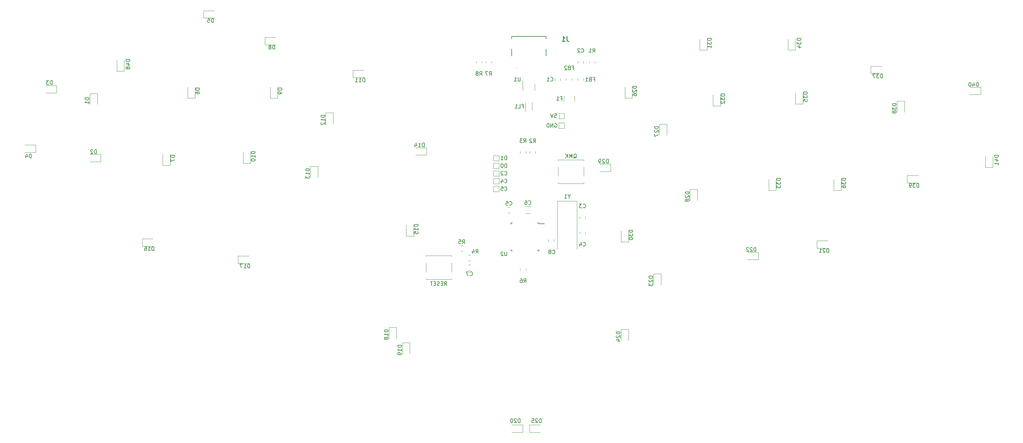
<source format=gbr>
%TF.GenerationSoftware,KiCad,Pcbnew,(6.0.7-1)-1*%
%TF.CreationDate,2022-12-23T00:58:57+01:00*%
%TF.ProjectId,acacia,61636163-6961-42e6-9b69-6361645f7063,rev?*%
%TF.SameCoordinates,Original*%
%TF.FileFunction,Legend,Bot*%
%TF.FilePolarity,Positive*%
%FSLAX46Y46*%
G04 Gerber Fmt 4.6, Leading zero omitted, Abs format (unit mm)*
G04 Created by KiCad (PCBNEW (6.0.7-1)-1) date 2022-12-23 00:58:57*
%MOMM*%
%LPD*%
G01*
G04 APERTURE LIST*
%ADD10C,0.150000*%
%ADD11C,0.254000*%
%ADD12C,0.120000*%
%ADD13C,0.100000*%
%ADD14C,0.200000*%
G04 APERTURE END LIST*
D10*
%TO.C,D33*%
X225602380Y-97785714D02*
X224602380Y-97785714D01*
X224602380Y-98023809D01*
X224650000Y-98166666D01*
X224745238Y-98261904D01*
X224840476Y-98309523D01*
X225030952Y-98357142D01*
X225173809Y-98357142D01*
X225364285Y-98309523D01*
X225459523Y-98261904D01*
X225554761Y-98166666D01*
X225602380Y-98023809D01*
X225602380Y-97785714D01*
X224602380Y-98690476D02*
X224602380Y-99309523D01*
X224983333Y-98976190D01*
X224983333Y-99119047D01*
X225030952Y-99214285D01*
X225078571Y-99261904D01*
X225173809Y-99309523D01*
X225411904Y-99309523D01*
X225507142Y-99261904D01*
X225554761Y-99214285D01*
X225602380Y-99119047D01*
X225602380Y-98833333D01*
X225554761Y-98738095D01*
X225507142Y-98690476D01*
X224602380Y-99642857D02*
X224602380Y-100261904D01*
X224983333Y-99928571D01*
X224983333Y-100071428D01*
X225030952Y-100166666D01*
X225078571Y-100214285D01*
X225173809Y-100261904D01*
X225411904Y-100261904D01*
X225507142Y-100214285D01*
X225554761Y-100166666D01*
X225602380Y-100071428D01*
X225602380Y-99785714D01*
X225554761Y-99690476D01*
X225507142Y-99642857D01*
%TO.C,D32*%
X211102380Y-75785714D02*
X210102380Y-75785714D01*
X210102380Y-76023809D01*
X210150000Y-76166666D01*
X210245238Y-76261904D01*
X210340476Y-76309523D01*
X210530952Y-76357142D01*
X210673809Y-76357142D01*
X210864285Y-76309523D01*
X210959523Y-76261904D01*
X211054761Y-76166666D01*
X211102380Y-76023809D01*
X211102380Y-75785714D01*
X210102380Y-76690476D02*
X210102380Y-77309523D01*
X210483333Y-76976190D01*
X210483333Y-77119047D01*
X210530952Y-77214285D01*
X210578571Y-77261904D01*
X210673809Y-77309523D01*
X210911904Y-77309523D01*
X211007142Y-77261904D01*
X211054761Y-77214285D01*
X211102380Y-77119047D01*
X211102380Y-76833333D01*
X211054761Y-76738095D01*
X211007142Y-76690476D01*
X210197619Y-77690476D02*
X210150000Y-77738095D01*
X210102380Y-77833333D01*
X210102380Y-78071428D01*
X210150000Y-78166666D01*
X210197619Y-78214285D01*
X210292857Y-78261904D01*
X210388095Y-78261904D01*
X210530952Y-78214285D01*
X211102380Y-77642857D01*
X211102380Y-78261904D01*
%TO.C,D48*%
X55952380Y-66785714D02*
X54952380Y-66785714D01*
X54952380Y-67023809D01*
X55000000Y-67166666D01*
X55095238Y-67261904D01*
X55190476Y-67309523D01*
X55380952Y-67357142D01*
X55523809Y-67357142D01*
X55714285Y-67309523D01*
X55809523Y-67261904D01*
X55904761Y-67166666D01*
X55952380Y-67023809D01*
X55952380Y-66785714D01*
X55285714Y-68214285D02*
X55952380Y-68214285D01*
X54904761Y-67976190D02*
X55619047Y-67738095D01*
X55619047Y-68357142D01*
X55380952Y-68880952D02*
X55333333Y-68785714D01*
X55285714Y-68738095D01*
X55190476Y-68690476D01*
X55142857Y-68690476D01*
X55047619Y-68738095D01*
X55000000Y-68785714D01*
X54952380Y-68880952D01*
X54952380Y-69071428D01*
X55000000Y-69166666D01*
X55047619Y-69214285D01*
X55142857Y-69261904D01*
X55190476Y-69261904D01*
X55285714Y-69214285D01*
X55333333Y-69166666D01*
X55380952Y-69071428D01*
X55380952Y-68880952D01*
X55428571Y-68785714D01*
X55476190Y-68738095D01*
X55571428Y-68690476D01*
X55761904Y-68690476D01*
X55857142Y-68738095D01*
X55904761Y-68785714D01*
X55952380Y-68880952D01*
X55952380Y-69071428D01*
X55904761Y-69166666D01*
X55857142Y-69214285D01*
X55761904Y-69261904D01*
X55571428Y-69261904D01*
X55476190Y-69214285D01*
X55428571Y-69166666D01*
X55380952Y-69071428D01*
%TO.C,C1*%
X165666666Y-72357142D02*
X165714285Y-72404761D01*
X165857142Y-72452380D01*
X165952380Y-72452380D01*
X166095238Y-72404761D01*
X166190476Y-72309523D01*
X166238095Y-72214285D01*
X166285714Y-72023809D01*
X166285714Y-71880952D01*
X166238095Y-71690476D01*
X166190476Y-71595238D01*
X166095238Y-71500000D01*
X165952380Y-71452380D01*
X165857142Y-71452380D01*
X165714285Y-71500000D01*
X165666666Y-71547619D01*
X164714285Y-72452380D02*
X165285714Y-72452380D01*
X165000000Y-72452380D02*
X165000000Y-71452380D01*
X165095238Y-71595238D01*
X165190476Y-71690476D01*
X165285714Y-71738095D01*
%TO.C,Y1*%
X170476190Y-102476190D02*
X170476190Y-102952380D01*
X170809523Y-101952380D02*
X170476190Y-102476190D01*
X170142857Y-101952380D01*
X169285714Y-102952380D02*
X169857142Y-102952380D01*
X169571428Y-102952380D02*
X169571428Y-101952380D01*
X169666666Y-102095238D01*
X169761904Y-102190476D01*
X169857142Y-102238095D01*
%TO.C,TP4*%
X154238095Y-92952380D02*
X154238095Y-91952380D01*
X154000000Y-91952380D01*
X153857142Y-92000000D01*
X153761904Y-92095238D01*
X153714285Y-92190476D01*
X153666666Y-92380952D01*
X153666666Y-92523809D01*
X153714285Y-92714285D01*
X153761904Y-92809523D01*
X153857142Y-92904761D01*
X154000000Y-92952380D01*
X154238095Y-92952380D01*
X152714285Y-92952380D02*
X153285714Y-92952380D01*
X153000000Y-92952380D02*
X153000000Y-91952380D01*
X153095238Y-92095238D01*
X153190476Y-92190476D01*
X153285714Y-92238095D01*
%TO.C,D15*%
X131102380Y-109785714D02*
X130102380Y-109785714D01*
X130102380Y-110023809D01*
X130150000Y-110166666D01*
X130245238Y-110261904D01*
X130340476Y-110309523D01*
X130530952Y-110357142D01*
X130673809Y-110357142D01*
X130864285Y-110309523D01*
X130959523Y-110261904D01*
X131054761Y-110166666D01*
X131102380Y-110023809D01*
X131102380Y-109785714D01*
X131102380Y-111309523D02*
X131102380Y-110738095D01*
X131102380Y-111023809D02*
X130102380Y-111023809D01*
X130245238Y-110928571D01*
X130340476Y-110833333D01*
X130388095Y-110738095D01*
X130102380Y-112214285D02*
X130102380Y-111738095D01*
X130578571Y-111690476D01*
X130530952Y-111738095D01*
X130483333Y-111833333D01*
X130483333Y-112071428D01*
X130530952Y-112166666D01*
X130578571Y-112214285D01*
X130673809Y-112261904D01*
X130911904Y-112261904D01*
X131007142Y-112214285D01*
X131054761Y-112166666D01*
X131102380Y-112071428D01*
X131102380Y-111833333D01*
X131054761Y-111738095D01*
X131007142Y-111690476D01*
%TO.C,C7*%
X144666666Y-123037142D02*
X144714285Y-123084761D01*
X144857142Y-123132380D01*
X144952380Y-123132380D01*
X145095238Y-123084761D01*
X145190476Y-122989523D01*
X145238095Y-122894285D01*
X145285714Y-122703809D01*
X145285714Y-122560952D01*
X145238095Y-122370476D01*
X145190476Y-122275238D01*
X145095238Y-122180000D01*
X144952380Y-122132380D01*
X144857142Y-122132380D01*
X144714285Y-122180000D01*
X144666666Y-122227619D01*
X144333333Y-122132380D02*
X143666666Y-122132380D01*
X144095238Y-123132380D01*
%TO.C,D18*%
X123302380Y-137285714D02*
X122302380Y-137285714D01*
X122302380Y-137523809D01*
X122350000Y-137666666D01*
X122445238Y-137761904D01*
X122540476Y-137809523D01*
X122730952Y-137857142D01*
X122873809Y-137857142D01*
X123064285Y-137809523D01*
X123159523Y-137761904D01*
X123254761Y-137666666D01*
X123302380Y-137523809D01*
X123302380Y-137285714D01*
X123302380Y-138809523D02*
X123302380Y-138238095D01*
X123302380Y-138523809D02*
X122302380Y-138523809D01*
X122445238Y-138428571D01*
X122540476Y-138333333D01*
X122588095Y-138238095D01*
X122730952Y-139380952D02*
X122683333Y-139285714D01*
X122635714Y-139238095D01*
X122540476Y-139190476D01*
X122492857Y-139190476D01*
X122397619Y-139238095D01*
X122350000Y-139285714D01*
X122302380Y-139380952D01*
X122302380Y-139571428D01*
X122350000Y-139666666D01*
X122397619Y-139714285D01*
X122492857Y-139761904D01*
X122540476Y-139761904D01*
X122635714Y-139714285D01*
X122683333Y-139666666D01*
X122730952Y-139571428D01*
X122730952Y-139380952D01*
X122778571Y-139285714D01*
X122826190Y-139238095D01*
X122921428Y-139190476D01*
X123111904Y-139190476D01*
X123207142Y-139238095D01*
X123254761Y-139285714D01*
X123302380Y-139380952D01*
X123302380Y-139571428D01*
X123254761Y-139666666D01*
X123207142Y-139714285D01*
X123111904Y-139761904D01*
X122921428Y-139761904D01*
X122826190Y-139714285D01*
X122778571Y-139666666D01*
X122730952Y-139571428D01*
%TO.C,D30*%
X187102380Y-111285714D02*
X186102380Y-111285714D01*
X186102380Y-111523809D01*
X186150000Y-111666666D01*
X186245238Y-111761904D01*
X186340476Y-111809523D01*
X186530952Y-111857142D01*
X186673809Y-111857142D01*
X186864285Y-111809523D01*
X186959523Y-111761904D01*
X187054761Y-111666666D01*
X187102380Y-111523809D01*
X187102380Y-111285714D01*
X186102380Y-112190476D02*
X186102380Y-112809523D01*
X186483333Y-112476190D01*
X186483333Y-112619047D01*
X186530952Y-112714285D01*
X186578571Y-112761904D01*
X186673809Y-112809523D01*
X186911904Y-112809523D01*
X187007142Y-112761904D01*
X187054761Y-112714285D01*
X187102380Y-112619047D01*
X187102380Y-112333333D01*
X187054761Y-112238095D01*
X187007142Y-112190476D01*
X186102380Y-113428571D02*
X186102380Y-113523809D01*
X186150000Y-113619047D01*
X186197619Y-113666666D01*
X186292857Y-113714285D01*
X186483333Y-113761904D01*
X186721428Y-113761904D01*
X186911904Y-113714285D01*
X187007142Y-113666666D01*
X187054761Y-113619047D01*
X187102380Y-113523809D01*
X187102380Y-113428571D01*
X187054761Y-113333333D01*
X187007142Y-113285714D01*
X186911904Y-113238095D01*
X186721428Y-113190476D01*
X186483333Y-113190476D01*
X186292857Y-113238095D01*
X186197619Y-113285714D01*
X186150000Y-113333333D01*
X186102380Y-113428571D01*
%TO.C,R3*%
X158666666Y-88452380D02*
X159000000Y-87976190D01*
X159238095Y-88452380D02*
X159238095Y-87452380D01*
X158857142Y-87452380D01*
X158761904Y-87500000D01*
X158714285Y-87547619D01*
X158666666Y-87642857D01*
X158666666Y-87785714D01*
X158714285Y-87880952D01*
X158761904Y-87928571D01*
X158857142Y-87976190D01*
X159238095Y-87976190D01*
X158333333Y-87452380D02*
X157714285Y-87452380D01*
X158047619Y-87833333D01*
X157904761Y-87833333D01*
X157809523Y-87880952D01*
X157761904Y-87928571D01*
X157714285Y-88023809D01*
X157714285Y-88261904D01*
X157761904Y-88357142D01*
X157809523Y-88404761D01*
X157904761Y-88452380D01*
X158190476Y-88452380D01*
X158285714Y-88404761D01*
X158333333Y-88357142D01*
%TO.C,D11*%
X117214285Y-72602380D02*
X117214285Y-71602380D01*
X116976190Y-71602380D01*
X116833333Y-71650000D01*
X116738095Y-71745238D01*
X116690476Y-71840476D01*
X116642857Y-72030952D01*
X116642857Y-72173809D01*
X116690476Y-72364285D01*
X116738095Y-72459523D01*
X116833333Y-72554761D01*
X116976190Y-72602380D01*
X117214285Y-72602380D01*
X115690476Y-72602380D02*
X116261904Y-72602380D01*
X115976190Y-72602380D02*
X115976190Y-71602380D01*
X116071428Y-71745238D01*
X116166666Y-71840476D01*
X116261904Y-71888095D01*
X114738095Y-72602380D02*
X115309523Y-72602380D01*
X115023809Y-72602380D02*
X115023809Y-71602380D01*
X115119047Y-71745238D01*
X115214285Y-71840476D01*
X115309523Y-71888095D01*
%TO.C,FL1*%
X158238095Y-78928571D02*
X158571428Y-78928571D01*
X158571428Y-79452380D02*
X158571428Y-78452380D01*
X158095238Y-78452380D01*
X157238095Y-79452380D02*
X157714285Y-79452380D01*
X157714285Y-78452380D01*
X156380952Y-79452380D02*
X156952380Y-79452380D01*
X156666666Y-79452380D02*
X156666666Y-78452380D01*
X156761904Y-78595238D01*
X156857142Y-78690476D01*
X156952380Y-78738095D01*
%TO.C,D13*%
X102802380Y-95285714D02*
X101802380Y-95285714D01*
X101802380Y-95523809D01*
X101850000Y-95666666D01*
X101945238Y-95761904D01*
X102040476Y-95809523D01*
X102230952Y-95857142D01*
X102373809Y-95857142D01*
X102564285Y-95809523D01*
X102659523Y-95761904D01*
X102754761Y-95666666D01*
X102802380Y-95523809D01*
X102802380Y-95285714D01*
X102802380Y-96809523D02*
X102802380Y-96238095D01*
X102802380Y-96523809D02*
X101802380Y-96523809D01*
X101945238Y-96428571D01*
X102040476Y-96333333D01*
X102088095Y-96238095D01*
X101802380Y-97142857D02*
X101802380Y-97761904D01*
X102183333Y-97428571D01*
X102183333Y-97571428D01*
X102230952Y-97666666D01*
X102278571Y-97714285D01*
X102373809Y-97761904D01*
X102611904Y-97761904D01*
X102707142Y-97714285D01*
X102754761Y-97666666D01*
X102802380Y-97571428D01*
X102802380Y-97285714D01*
X102754761Y-97190476D01*
X102707142Y-97142857D01*
%TO.C,D17*%
X87214285Y-121102380D02*
X87214285Y-120102380D01*
X86976190Y-120102380D01*
X86833333Y-120150000D01*
X86738095Y-120245238D01*
X86690476Y-120340476D01*
X86642857Y-120530952D01*
X86642857Y-120673809D01*
X86690476Y-120864285D01*
X86738095Y-120959523D01*
X86833333Y-121054761D01*
X86976190Y-121102380D01*
X87214285Y-121102380D01*
X85690476Y-121102380D02*
X86261904Y-121102380D01*
X85976190Y-121102380D02*
X85976190Y-120102380D01*
X86071428Y-120245238D01*
X86166666Y-120340476D01*
X86261904Y-120388095D01*
X85357142Y-120102380D02*
X84690476Y-120102380D01*
X85119047Y-121102380D01*
%TO.C,D37*%
X252214285Y-71602380D02*
X252214285Y-70602380D01*
X251976190Y-70602380D01*
X251833333Y-70650000D01*
X251738095Y-70745238D01*
X251690476Y-70840476D01*
X251642857Y-71030952D01*
X251642857Y-71173809D01*
X251690476Y-71364285D01*
X251738095Y-71459523D01*
X251833333Y-71554761D01*
X251976190Y-71602380D01*
X252214285Y-71602380D01*
X251309523Y-70602380D02*
X250690476Y-70602380D01*
X251023809Y-70983333D01*
X250880952Y-70983333D01*
X250785714Y-71030952D01*
X250738095Y-71078571D01*
X250690476Y-71173809D01*
X250690476Y-71411904D01*
X250738095Y-71507142D01*
X250785714Y-71554761D01*
X250880952Y-71602380D01*
X251166666Y-71602380D01*
X251261904Y-71554761D01*
X251309523Y-71507142D01*
X250357142Y-70602380D02*
X249690476Y-70602380D01*
X250119047Y-71602380D01*
%TO.C,F1*%
X168333333Y-76928571D02*
X168666666Y-76928571D01*
X168666666Y-77452380D02*
X168666666Y-76452380D01*
X168190476Y-76452380D01*
X167285714Y-77452380D02*
X167857142Y-77452380D01*
X167571428Y-77452380D02*
X167571428Y-76452380D01*
X167666666Y-76595238D01*
X167761904Y-76690476D01*
X167857142Y-76738095D01*
%TO.C,D35*%
X232602380Y-75285714D02*
X231602380Y-75285714D01*
X231602380Y-75523809D01*
X231650000Y-75666666D01*
X231745238Y-75761904D01*
X231840476Y-75809523D01*
X232030952Y-75857142D01*
X232173809Y-75857142D01*
X232364285Y-75809523D01*
X232459523Y-75761904D01*
X232554761Y-75666666D01*
X232602380Y-75523809D01*
X232602380Y-75285714D01*
X231602380Y-76190476D02*
X231602380Y-76809523D01*
X231983333Y-76476190D01*
X231983333Y-76619047D01*
X232030952Y-76714285D01*
X232078571Y-76761904D01*
X232173809Y-76809523D01*
X232411904Y-76809523D01*
X232507142Y-76761904D01*
X232554761Y-76714285D01*
X232602380Y-76619047D01*
X232602380Y-76333333D01*
X232554761Y-76238095D01*
X232507142Y-76190476D01*
X231602380Y-77714285D02*
X231602380Y-77238095D01*
X232078571Y-77190476D01*
X232030952Y-77238095D01*
X231983333Y-77333333D01*
X231983333Y-77571428D01*
X232030952Y-77666666D01*
X232078571Y-77714285D01*
X232173809Y-77761904D01*
X232411904Y-77761904D01*
X232507142Y-77714285D01*
X232554761Y-77666666D01*
X232602380Y-77571428D01*
X232602380Y-77333333D01*
X232554761Y-77238095D01*
X232507142Y-77190476D01*
%TO.C,D27*%
X193802380Y-84285714D02*
X192802380Y-84285714D01*
X192802380Y-84523809D01*
X192850000Y-84666666D01*
X192945238Y-84761904D01*
X193040476Y-84809523D01*
X193230952Y-84857142D01*
X193373809Y-84857142D01*
X193564285Y-84809523D01*
X193659523Y-84761904D01*
X193754761Y-84666666D01*
X193802380Y-84523809D01*
X193802380Y-84285714D01*
X192897619Y-85238095D02*
X192850000Y-85285714D01*
X192802380Y-85380952D01*
X192802380Y-85619047D01*
X192850000Y-85714285D01*
X192897619Y-85761904D01*
X192992857Y-85809523D01*
X193088095Y-85809523D01*
X193230952Y-85761904D01*
X193802380Y-85190476D01*
X193802380Y-85809523D01*
X192802380Y-86142857D02*
X192802380Y-86809523D01*
X193802380Y-86380952D01*
%TO.C,SW43*%
X171690476Y-92547619D02*
X171785714Y-92500000D01*
X171880952Y-92404761D01*
X172023809Y-92261904D01*
X172119047Y-92214285D01*
X172214285Y-92214285D01*
X172166666Y-92452380D02*
X172261904Y-92404761D01*
X172357142Y-92309523D01*
X172404761Y-92119047D01*
X172404761Y-91785714D01*
X172357142Y-91595238D01*
X172261904Y-91500000D01*
X172166666Y-91452380D01*
X171976190Y-91452380D01*
X171880952Y-91500000D01*
X171785714Y-91595238D01*
X171738095Y-91785714D01*
X171738095Y-92119047D01*
X171785714Y-92309523D01*
X171880952Y-92404761D01*
X171976190Y-92452380D01*
X172166666Y-92452380D01*
X171309523Y-92452380D02*
X171309523Y-91452380D01*
X170976190Y-92166666D01*
X170642857Y-91452380D01*
X170642857Y-92452380D01*
X170166666Y-92452380D02*
X170166666Y-91452380D01*
X169595238Y-92452380D02*
X170023809Y-91880952D01*
X169595238Y-91452380D02*
X170166666Y-92023809D01*
%TO.C,R1*%
X176666666Y-64952380D02*
X177000000Y-64476190D01*
X177238095Y-64952380D02*
X177238095Y-63952380D01*
X176857142Y-63952380D01*
X176761904Y-64000000D01*
X176714285Y-64047619D01*
X176666666Y-64142857D01*
X176666666Y-64285714D01*
X176714285Y-64380952D01*
X176761904Y-64428571D01*
X176857142Y-64476190D01*
X177238095Y-64476190D01*
X175714285Y-64952380D02*
X176285714Y-64952380D01*
X176000000Y-64952380D02*
X176000000Y-63952380D01*
X176095238Y-64095238D01*
X176190476Y-64190476D01*
X176285714Y-64238095D01*
%TO.C,D31*%
X207602380Y-61285714D02*
X206602380Y-61285714D01*
X206602380Y-61523809D01*
X206650000Y-61666666D01*
X206745238Y-61761904D01*
X206840476Y-61809523D01*
X207030952Y-61857142D01*
X207173809Y-61857142D01*
X207364285Y-61809523D01*
X207459523Y-61761904D01*
X207554761Y-61666666D01*
X207602380Y-61523809D01*
X207602380Y-61285714D01*
X206602380Y-62190476D02*
X206602380Y-62809523D01*
X206983333Y-62476190D01*
X206983333Y-62619047D01*
X207030952Y-62714285D01*
X207078571Y-62761904D01*
X207173809Y-62809523D01*
X207411904Y-62809523D01*
X207507142Y-62761904D01*
X207554761Y-62714285D01*
X207602380Y-62619047D01*
X207602380Y-62333333D01*
X207554761Y-62238095D01*
X207507142Y-62190476D01*
X207602380Y-63761904D02*
X207602380Y-63190476D01*
X207602380Y-63476190D02*
X206602380Y-63476190D01*
X206745238Y-63380952D01*
X206840476Y-63285714D01*
X206888095Y-63190476D01*
%TO.C,SW49*%
X137952380Y-125702380D02*
X138285714Y-125226190D01*
X138523809Y-125702380D02*
X138523809Y-124702380D01*
X138142857Y-124702380D01*
X138047619Y-124750000D01*
X138000000Y-124797619D01*
X137952380Y-124892857D01*
X137952380Y-125035714D01*
X138000000Y-125130952D01*
X138047619Y-125178571D01*
X138142857Y-125226190D01*
X138523809Y-125226190D01*
X137523809Y-125178571D02*
X137190476Y-125178571D01*
X137047619Y-125702380D02*
X137523809Y-125702380D01*
X137523809Y-124702380D01*
X137047619Y-124702380D01*
X136666666Y-125654761D02*
X136523809Y-125702380D01*
X136285714Y-125702380D01*
X136190476Y-125654761D01*
X136142857Y-125607142D01*
X136095238Y-125511904D01*
X136095238Y-125416666D01*
X136142857Y-125321428D01*
X136190476Y-125273809D01*
X136285714Y-125226190D01*
X136476190Y-125178571D01*
X136571428Y-125130952D01*
X136619047Y-125083333D01*
X136666666Y-124988095D01*
X136666666Y-124892857D01*
X136619047Y-124797619D01*
X136571428Y-124750000D01*
X136476190Y-124702380D01*
X136238095Y-124702380D01*
X136095238Y-124750000D01*
X135666666Y-125178571D02*
X135333333Y-125178571D01*
X135190476Y-125702380D02*
X135666666Y-125702380D01*
X135666666Y-124702380D01*
X135190476Y-124702380D01*
X134904761Y-124702380D02*
X134333333Y-124702380D01*
X134619047Y-125702380D02*
X134619047Y-124702380D01*
%TO.C,D40*%
X277214285Y-73802380D02*
X277214285Y-72802380D01*
X276976190Y-72802380D01*
X276833333Y-72850000D01*
X276738095Y-72945238D01*
X276690476Y-73040476D01*
X276642857Y-73230952D01*
X276642857Y-73373809D01*
X276690476Y-73564285D01*
X276738095Y-73659523D01*
X276833333Y-73754761D01*
X276976190Y-73802380D01*
X277214285Y-73802380D01*
X275785714Y-73135714D02*
X275785714Y-73802380D01*
X276023809Y-72754761D02*
X276261904Y-73469047D01*
X275642857Y-73469047D01*
X275071428Y-72802380D02*
X274976190Y-72802380D01*
X274880952Y-72850000D01*
X274833333Y-72897619D01*
X274785714Y-72992857D01*
X274738095Y-73183333D01*
X274738095Y-73421428D01*
X274785714Y-73611904D01*
X274833333Y-73707142D01*
X274880952Y-73754761D01*
X274976190Y-73802380D01*
X275071428Y-73802380D01*
X275166666Y-73754761D01*
X275214285Y-73707142D01*
X275261904Y-73611904D01*
X275309523Y-73421428D01*
X275309523Y-73183333D01*
X275261904Y-72992857D01*
X275214285Y-72897619D01*
X275166666Y-72850000D01*
X275071428Y-72802380D01*
%TO.C,D7*%
X67602380Y-91761904D02*
X66602380Y-91761904D01*
X66602380Y-92000000D01*
X66650000Y-92142857D01*
X66745238Y-92238095D01*
X66840476Y-92285714D01*
X67030952Y-92333333D01*
X67173809Y-92333333D01*
X67364285Y-92285714D01*
X67459523Y-92238095D01*
X67554761Y-92142857D01*
X67602380Y-92000000D01*
X67602380Y-91761904D01*
X66602380Y-92666666D02*
X66602380Y-93333333D01*
X67602380Y-92904761D01*
%TO.C,U1*%
X157761904Y-71452380D02*
X157761904Y-72261904D01*
X157714285Y-72357142D01*
X157666666Y-72404761D01*
X157571428Y-72452380D01*
X157380952Y-72452380D01*
X157285714Y-72404761D01*
X157238095Y-72357142D01*
X157190476Y-72261904D01*
X157190476Y-71452380D01*
X156190476Y-72452380D02*
X156761904Y-72452380D01*
X156476190Y-72452380D02*
X156476190Y-71452380D01*
X156571428Y-71595238D01*
X156666666Y-71690476D01*
X156761904Y-71738095D01*
%TO.C,R2*%
X161166666Y-88452380D02*
X161500000Y-87976190D01*
X161738095Y-88452380D02*
X161738095Y-87452380D01*
X161357142Y-87452380D01*
X161261904Y-87500000D01*
X161214285Y-87547619D01*
X161166666Y-87642857D01*
X161166666Y-87785714D01*
X161214285Y-87880952D01*
X161261904Y-87928571D01*
X161357142Y-87976190D01*
X161738095Y-87976190D01*
X160785714Y-87547619D02*
X160738095Y-87500000D01*
X160642857Y-87452380D01*
X160404761Y-87452380D01*
X160309523Y-87500000D01*
X160261904Y-87547619D01*
X160214285Y-87642857D01*
X160214285Y-87738095D01*
X160261904Y-87880952D01*
X160833333Y-88452380D01*
X160214285Y-88452380D01*
%TO.C,TP3*%
X154238095Y-94952380D02*
X154238095Y-93952380D01*
X154000000Y-93952380D01*
X153857142Y-94000000D01*
X153761904Y-94095238D01*
X153714285Y-94190476D01*
X153666666Y-94380952D01*
X153666666Y-94523809D01*
X153714285Y-94714285D01*
X153761904Y-94809523D01*
X153857142Y-94904761D01*
X154000000Y-94952380D01*
X154238095Y-94952380D01*
X153047619Y-93952380D02*
X152952380Y-93952380D01*
X152857142Y-94000000D01*
X152809523Y-94047619D01*
X152761904Y-94142857D01*
X152714285Y-94333333D01*
X152714285Y-94571428D01*
X152761904Y-94761904D01*
X152809523Y-94857142D01*
X152857142Y-94904761D01*
X152952380Y-94952380D01*
X153047619Y-94952380D01*
X153142857Y-94904761D01*
X153190476Y-94857142D01*
X153238095Y-94761904D01*
X153285714Y-94571428D01*
X153285714Y-94333333D01*
X153238095Y-94142857D01*
X153190476Y-94047619D01*
X153142857Y-94000000D01*
X153047619Y-93952380D01*
%TO.C,D20*%
X157714285Y-161452380D02*
X157714285Y-160452380D01*
X157476190Y-160452380D01*
X157333333Y-160500000D01*
X157238095Y-160595238D01*
X157190476Y-160690476D01*
X157142857Y-160880952D01*
X157142857Y-161023809D01*
X157190476Y-161214285D01*
X157238095Y-161309523D01*
X157333333Y-161404761D01*
X157476190Y-161452380D01*
X157714285Y-161452380D01*
X156761904Y-160547619D02*
X156714285Y-160500000D01*
X156619047Y-160452380D01*
X156380952Y-160452380D01*
X156285714Y-160500000D01*
X156238095Y-160547619D01*
X156190476Y-160642857D01*
X156190476Y-160738095D01*
X156238095Y-160880952D01*
X156809523Y-161452380D01*
X156190476Y-161452380D01*
X155571428Y-160452380D02*
X155476190Y-160452380D01*
X155380952Y-160500000D01*
X155333333Y-160547619D01*
X155285714Y-160642857D01*
X155238095Y-160833333D01*
X155238095Y-161071428D01*
X155285714Y-161261904D01*
X155333333Y-161357142D01*
X155380952Y-161404761D01*
X155476190Y-161452380D01*
X155571428Y-161452380D01*
X155666666Y-161404761D01*
X155714285Y-161357142D01*
X155761904Y-161261904D01*
X155809523Y-161071428D01*
X155809523Y-160833333D01*
X155761904Y-160642857D01*
X155714285Y-160547619D01*
X155666666Y-160500000D01*
X155571428Y-160452380D01*
%TO.C,D8*%
X93738095Y-64102380D02*
X93738095Y-63102380D01*
X93500000Y-63102380D01*
X93357142Y-63150000D01*
X93261904Y-63245238D01*
X93214285Y-63340476D01*
X93166666Y-63530952D01*
X93166666Y-63673809D01*
X93214285Y-63864285D01*
X93261904Y-63959523D01*
X93357142Y-64054761D01*
X93500000Y-64102380D01*
X93738095Y-64102380D01*
X92595238Y-63530952D02*
X92690476Y-63483333D01*
X92738095Y-63435714D01*
X92785714Y-63340476D01*
X92785714Y-63292857D01*
X92738095Y-63197619D01*
X92690476Y-63150000D01*
X92595238Y-63102380D01*
X92404761Y-63102380D01*
X92309523Y-63150000D01*
X92261904Y-63197619D01*
X92214285Y-63292857D01*
X92214285Y-63340476D01*
X92261904Y-63435714D01*
X92309523Y-63483333D01*
X92404761Y-63530952D01*
X92595238Y-63530952D01*
X92690476Y-63578571D01*
X92738095Y-63626190D01*
X92785714Y-63721428D01*
X92785714Y-63911904D01*
X92738095Y-64007142D01*
X92690476Y-64054761D01*
X92595238Y-64102380D01*
X92404761Y-64102380D01*
X92309523Y-64054761D01*
X92261904Y-64007142D01*
X92214285Y-63911904D01*
X92214285Y-63721428D01*
X92261904Y-63626190D01*
X92309523Y-63578571D01*
X92404761Y-63530952D01*
%TO.C,D25*%
X163214285Y-161452380D02*
X163214285Y-160452380D01*
X162976190Y-160452380D01*
X162833333Y-160500000D01*
X162738095Y-160595238D01*
X162690476Y-160690476D01*
X162642857Y-160880952D01*
X162642857Y-161023809D01*
X162690476Y-161214285D01*
X162738095Y-161309523D01*
X162833333Y-161404761D01*
X162976190Y-161452380D01*
X163214285Y-161452380D01*
X162261904Y-160547619D02*
X162214285Y-160500000D01*
X162119047Y-160452380D01*
X161880952Y-160452380D01*
X161785714Y-160500000D01*
X161738095Y-160547619D01*
X161690476Y-160642857D01*
X161690476Y-160738095D01*
X161738095Y-160880952D01*
X162309523Y-161452380D01*
X161690476Y-161452380D01*
X160785714Y-160452380D02*
X161261904Y-160452380D01*
X161309523Y-160928571D01*
X161261904Y-160880952D01*
X161166666Y-160833333D01*
X160928571Y-160833333D01*
X160833333Y-160880952D01*
X160785714Y-160928571D01*
X160738095Y-161023809D01*
X160738095Y-161261904D01*
X160785714Y-161357142D01*
X160833333Y-161404761D01*
X160928571Y-161452380D01*
X161166666Y-161452380D01*
X161261904Y-161404761D01*
X161309523Y-161357142D01*
%TO.C,C2*%
X173666666Y-64857142D02*
X173714285Y-64904761D01*
X173857142Y-64952380D01*
X173952380Y-64952380D01*
X174095238Y-64904761D01*
X174190476Y-64809523D01*
X174238095Y-64714285D01*
X174285714Y-64523809D01*
X174285714Y-64380952D01*
X174238095Y-64190476D01*
X174190476Y-64095238D01*
X174095238Y-64000000D01*
X173952380Y-63952380D01*
X173857142Y-63952380D01*
X173714285Y-64000000D01*
X173666666Y-64047619D01*
X173285714Y-64047619D02*
X173238095Y-64000000D01*
X173142857Y-63952380D01*
X172904761Y-63952380D01*
X172809523Y-64000000D01*
X172761904Y-64047619D01*
X172714285Y-64142857D01*
X172714285Y-64238095D01*
X172761904Y-64380952D01*
X173333333Y-64952380D01*
X172714285Y-64952380D01*
%TO.C,D39*%
X261714285Y-100102380D02*
X261714285Y-99102380D01*
X261476190Y-99102380D01*
X261333333Y-99150000D01*
X261238095Y-99245238D01*
X261190476Y-99340476D01*
X261142857Y-99530952D01*
X261142857Y-99673809D01*
X261190476Y-99864285D01*
X261238095Y-99959523D01*
X261333333Y-100054761D01*
X261476190Y-100102380D01*
X261714285Y-100102380D01*
X260809523Y-99102380D02*
X260190476Y-99102380D01*
X260523809Y-99483333D01*
X260380952Y-99483333D01*
X260285714Y-99530952D01*
X260238095Y-99578571D01*
X260190476Y-99673809D01*
X260190476Y-99911904D01*
X260238095Y-100007142D01*
X260285714Y-100054761D01*
X260380952Y-100102380D01*
X260666666Y-100102380D01*
X260761904Y-100054761D01*
X260809523Y-100007142D01*
X259714285Y-100102380D02*
X259523809Y-100102380D01*
X259428571Y-100054761D01*
X259380952Y-100007142D01*
X259285714Y-99864285D01*
X259238095Y-99673809D01*
X259238095Y-99292857D01*
X259285714Y-99197619D01*
X259333333Y-99150000D01*
X259428571Y-99102380D01*
X259619047Y-99102380D01*
X259714285Y-99150000D01*
X259761904Y-99197619D01*
X259809523Y-99292857D01*
X259809523Y-99530952D01*
X259761904Y-99626190D01*
X259714285Y-99673809D01*
X259619047Y-99721428D01*
X259428571Y-99721428D01*
X259333333Y-99673809D01*
X259285714Y-99626190D01*
X259238095Y-99530952D01*
%TO.C,D1*%
X45302380Y-76761904D02*
X44302380Y-76761904D01*
X44302380Y-77000000D01*
X44350000Y-77142857D01*
X44445238Y-77238095D01*
X44540476Y-77285714D01*
X44730952Y-77333333D01*
X44873809Y-77333333D01*
X45064285Y-77285714D01*
X45159523Y-77238095D01*
X45254761Y-77142857D01*
X45302380Y-77000000D01*
X45302380Y-76761904D01*
X45302380Y-78285714D02*
X45302380Y-77714285D01*
X45302380Y-78000000D02*
X44302380Y-78000000D01*
X44445238Y-77904761D01*
X44540476Y-77809523D01*
X44588095Y-77714285D01*
%TO.C,D3*%
X35738095Y-73302380D02*
X35738095Y-72302380D01*
X35500000Y-72302380D01*
X35357142Y-72350000D01*
X35261904Y-72445238D01*
X35214285Y-72540476D01*
X35166666Y-72730952D01*
X35166666Y-72873809D01*
X35214285Y-73064285D01*
X35261904Y-73159523D01*
X35357142Y-73254761D01*
X35500000Y-73302380D01*
X35738095Y-73302380D01*
X34833333Y-72302380D02*
X34214285Y-72302380D01*
X34547619Y-72683333D01*
X34404761Y-72683333D01*
X34309523Y-72730952D01*
X34261904Y-72778571D01*
X34214285Y-72873809D01*
X34214285Y-73111904D01*
X34261904Y-73207142D01*
X34309523Y-73254761D01*
X34404761Y-73302380D01*
X34690476Y-73302380D01*
X34785714Y-73254761D01*
X34833333Y-73207142D01*
%TO.C,D10*%
X88602380Y-90785714D02*
X87602380Y-90785714D01*
X87602380Y-91023809D01*
X87650000Y-91166666D01*
X87745238Y-91261904D01*
X87840476Y-91309523D01*
X88030952Y-91357142D01*
X88173809Y-91357142D01*
X88364285Y-91309523D01*
X88459523Y-91261904D01*
X88554761Y-91166666D01*
X88602380Y-91023809D01*
X88602380Y-90785714D01*
X88602380Y-92309523D02*
X88602380Y-91738095D01*
X88602380Y-92023809D02*
X87602380Y-92023809D01*
X87745238Y-91928571D01*
X87840476Y-91833333D01*
X87888095Y-91738095D01*
X87602380Y-92928571D02*
X87602380Y-93023809D01*
X87650000Y-93119047D01*
X87697619Y-93166666D01*
X87792857Y-93214285D01*
X87983333Y-93261904D01*
X88221428Y-93261904D01*
X88411904Y-93214285D01*
X88507142Y-93166666D01*
X88554761Y-93119047D01*
X88602380Y-93023809D01*
X88602380Y-92928571D01*
X88554761Y-92833333D01*
X88507142Y-92785714D01*
X88411904Y-92738095D01*
X88221428Y-92690476D01*
X87983333Y-92690476D01*
X87792857Y-92738095D01*
X87697619Y-92785714D01*
X87650000Y-92833333D01*
X87602380Y-92928571D01*
%TO.C,FB2*%
X171333333Y-68928571D02*
X171666666Y-68928571D01*
X171666666Y-69452380D02*
X171666666Y-68452380D01*
X171190476Y-68452380D01*
X170476190Y-68928571D02*
X170333333Y-68976190D01*
X170285714Y-69023809D01*
X170238095Y-69119047D01*
X170238095Y-69261904D01*
X170285714Y-69357142D01*
X170333333Y-69404761D01*
X170428571Y-69452380D01*
X170809523Y-69452380D01*
X170809523Y-68452380D01*
X170476190Y-68452380D01*
X170380952Y-68500000D01*
X170333333Y-68547619D01*
X170285714Y-68642857D01*
X170285714Y-68738095D01*
X170333333Y-68833333D01*
X170380952Y-68880952D01*
X170476190Y-68928571D01*
X170809523Y-68928571D01*
X169857142Y-68547619D02*
X169809523Y-68500000D01*
X169714285Y-68452380D01*
X169476190Y-68452380D01*
X169380952Y-68500000D01*
X169333333Y-68547619D01*
X169285714Y-68642857D01*
X169285714Y-68738095D01*
X169333333Y-68880952D01*
X169904761Y-69452380D01*
X169285714Y-69452380D01*
%TO.C,D9*%
X95602380Y-74261904D02*
X94602380Y-74261904D01*
X94602380Y-74500000D01*
X94650000Y-74642857D01*
X94745238Y-74738095D01*
X94840476Y-74785714D01*
X95030952Y-74833333D01*
X95173809Y-74833333D01*
X95364285Y-74785714D01*
X95459523Y-74738095D01*
X95554761Y-74642857D01*
X95602380Y-74500000D01*
X95602380Y-74261904D01*
X95602380Y-75309523D02*
X95602380Y-75500000D01*
X95554761Y-75595238D01*
X95507142Y-75642857D01*
X95364285Y-75738095D01*
X95173809Y-75785714D01*
X94792857Y-75785714D01*
X94697619Y-75738095D01*
X94650000Y-75690476D01*
X94602380Y-75595238D01*
X94602380Y-75404761D01*
X94650000Y-75309523D01*
X94697619Y-75261904D01*
X94792857Y-75214285D01*
X95030952Y-75214285D01*
X95126190Y-75261904D01*
X95173809Y-75309523D01*
X95221428Y-75404761D01*
X95221428Y-75595238D01*
X95173809Y-75690476D01*
X95126190Y-75738095D01*
X95030952Y-75785714D01*
%TO.C,C4*%
X174166666Y-115357142D02*
X174214285Y-115404761D01*
X174357142Y-115452380D01*
X174452380Y-115452380D01*
X174595238Y-115404761D01*
X174690476Y-115309523D01*
X174738095Y-115214285D01*
X174785714Y-115023809D01*
X174785714Y-114880952D01*
X174738095Y-114690476D01*
X174690476Y-114595238D01*
X174595238Y-114500000D01*
X174452380Y-114452380D01*
X174357142Y-114452380D01*
X174214285Y-114500000D01*
X174166666Y-114547619D01*
X173309523Y-114785714D02*
X173309523Y-115452380D01*
X173547619Y-114404761D02*
X173785714Y-115119047D01*
X173166666Y-115119047D01*
%TO.C,TP7*%
X153666666Y-100857142D02*
X153714285Y-100904761D01*
X153857142Y-100952380D01*
X153952380Y-100952380D01*
X154095238Y-100904761D01*
X154190476Y-100809523D01*
X154238095Y-100714285D01*
X154285714Y-100523809D01*
X154285714Y-100380952D01*
X154238095Y-100190476D01*
X154190476Y-100095238D01*
X154095238Y-100000000D01*
X153952380Y-99952380D01*
X153857142Y-99952380D01*
X153714285Y-100000000D01*
X153666666Y-100047619D01*
X152761904Y-99952380D02*
X153238095Y-99952380D01*
X153285714Y-100428571D01*
X153238095Y-100380952D01*
X153142857Y-100333333D01*
X152904761Y-100333333D01*
X152809523Y-100380952D01*
X152761904Y-100428571D01*
X152714285Y-100523809D01*
X152714285Y-100761904D01*
X152761904Y-100857142D01*
X152809523Y-100904761D01*
X152904761Y-100952380D01*
X153142857Y-100952380D01*
X153238095Y-100904761D01*
X153285714Y-100857142D01*
%TO.C,D19*%
X126802380Y-141285714D02*
X125802380Y-141285714D01*
X125802380Y-141523809D01*
X125850000Y-141666666D01*
X125945238Y-141761904D01*
X126040476Y-141809523D01*
X126230952Y-141857142D01*
X126373809Y-141857142D01*
X126564285Y-141809523D01*
X126659523Y-141761904D01*
X126754761Y-141666666D01*
X126802380Y-141523809D01*
X126802380Y-141285714D01*
X126802380Y-142809523D02*
X126802380Y-142238095D01*
X126802380Y-142523809D02*
X125802380Y-142523809D01*
X125945238Y-142428571D01*
X126040476Y-142333333D01*
X126088095Y-142238095D01*
X126802380Y-143285714D02*
X126802380Y-143476190D01*
X126754761Y-143571428D01*
X126707142Y-143619047D01*
X126564285Y-143714285D01*
X126373809Y-143761904D01*
X125992857Y-143761904D01*
X125897619Y-143714285D01*
X125850000Y-143666666D01*
X125802380Y-143571428D01*
X125802380Y-143380952D01*
X125850000Y-143285714D01*
X125897619Y-143238095D01*
X125992857Y-143190476D01*
X126230952Y-143190476D01*
X126326190Y-143238095D01*
X126373809Y-143285714D01*
X126421428Y-143380952D01*
X126421428Y-143571428D01*
X126373809Y-143666666D01*
X126326190Y-143714285D01*
X126230952Y-143761904D01*
%TO.C,D38*%
X255802380Y-78285714D02*
X254802380Y-78285714D01*
X254802380Y-78523809D01*
X254850000Y-78666666D01*
X254945238Y-78761904D01*
X255040476Y-78809523D01*
X255230952Y-78857142D01*
X255373809Y-78857142D01*
X255564285Y-78809523D01*
X255659523Y-78761904D01*
X255754761Y-78666666D01*
X255802380Y-78523809D01*
X255802380Y-78285714D01*
X254802380Y-79190476D02*
X254802380Y-79809523D01*
X255183333Y-79476190D01*
X255183333Y-79619047D01*
X255230952Y-79714285D01*
X255278571Y-79761904D01*
X255373809Y-79809523D01*
X255611904Y-79809523D01*
X255707142Y-79761904D01*
X255754761Y-79714285D01*
X255802380Y-79619047D01*
X255802380Y-79333333D01*
X255754761Y-79238095D01*
X255707142Y-79190476D01*
X255230952Y-80380952D02*
X255183333Y-80285714D01*
X255135714Y-80238095D01*
X255040476Y-80190476D01*
X254992857Y-80190476D01*
X254897619Y-80238095D01*
X254850000Y-80285714D01*
X254802380Y-80380952D01*
X254802380Y-80571428D01*
X254850000Y-80666666D01*
X254897619Y-80714285D01*
X254992857Y-80761904D01*
X255040476Y-80761904D01*
X255135714Y-80714285D01*
X255183333Y-80666666D01*
X255230952Y-80571428D01*
X255230952Y-80380952D01*
X255278571Y-80285714D01*
X255326190Y-80238095D01*
X255421428Y-80190476D01*
X255611904Y-80190476D01*
X255707142Y-80238095D01*
X255754761Y-80285714D01*
X255802380Y-80380952D01*
X255802380Y-80571428D01*
X255754761Y-80666666D01*
X255707142Y-80714285D01*
X255611904Y-80761904D01*
X255421428Y-80761904D01*
X255326190Y-80714285D01*
X255278571Y-80666666D01*
X255230952Y-80571428D01*
%TO.C,D2*%
X47238095Y-91302380D02*
X47238095Y-90302380D01*
X47000000Y-90302380D01*
X46857142Y-90350000D01*
X46761904Y-90445238D01*
X46714285Y-90540476D01*
X46666666Y-90730952D01*
X46666666Y-90873809D01*
X46714285Y-91064285D01*
X46761904Y-91159523D01*
X46857142Y-91254761D01*
X47000000Y-91302380D01*
X47238095Y-91302380D01*
X46285714Y-90397619D02*
X46238095Y-90350000D01*
X46142857Y-90302380D01*
X45904761Y-90302380D01*
X45809523Y-90350000D01*
X45761904Y-90397619D01*
X45714285Y-90492857D01*
X45714285Y-90588095D01*
X45761904Y-90730952D01*
X46333333Y-91302380D01*
X45714285Y-91302380D01*
D11*
%TO.C,J1*%
X169923333Y-60804523D02*
X169923333Y-61711666D01*
X169983809Y-61893095D01*
X170104761Y-62014047D01*
X170286190Y-62074523D01*
X170407142Y-62074523D01*
X168653333Y-62074523D02*
X169379047Y-62074523D01*
X169016190Y-62074523D02*
X169016190Y-60804523D01*
X169137142Y-60985952D01*
X169258095Y-61106904D01*
X169379047Y-61167380D01*
D10*
%TO.C,D26*%
X188102380Y-73785714D02*
X187102380Y-73785714D01*
X187102380Y-74023809D01*
X187150000Y-74166666D01*
X187245238Y-74261904D01*
X187340476Y-74309523D01*
X187530952Y-74357142D01*
X187673809Y-74357142D01*
X187864285Y-74309523D01*
X187959523Y-74261904D01*
X188054761Y-74166666D01*
X188102380Y-74023809D01*
X188102380Y-73785714D01*
X187197619Y-74738095D02*
X187150000Y-74785714D01*
X187102380Y-74880952D01*
X187102380Y-75119047D01*
X187150000Y-75214285D01*
X187197619Y-75261904D01*
X187292857Y-75309523D01*
X187388095Y-75309523D01*
X187530952Y-75261904D01*
X188102380Y-74690476D01*
X188102380Y-75309523D01*
X187102380Y-76166666D02*
X187102380Y-75976190D01*
X187150000Y-75880952D01*
X187197619Y-75833333D01*
X187340476Y-75738095D01*
X187530952Y-75690476D01*
X187911904Y-75690476D01*
X188007142Y-75738095D01*
X188054761Y-75785714D01*
X188102380Y-75880952D01*
X188102380Y-76071428D01*
X188054761Y-76166666D01*
X188007142Y-76214285D01*
X187911904Y-76261904D01*
X187673809Y-76261904D01*
X187578571Y-76214285D01*
X187530952Y-76166666D01*
X187483333Y-76071428D01*
X187483333Y-75880952D01*
X187530952Y-75785714D01*
X187578571Y-75738095D01*
X187673809Y-75690476D01*
%TO.C,U2*%
X154261904Y-116952380D02*
X154261904Y-117761904D01*
X154214285Y-117857142D01*
X154166666Y-117904761D01*
X154071428Y-117952380D01*
X153880952Y-117952380D01*
X153785714Y-117904761D01*
X153738095Y-117857142D01*
X153690476Y-117761904D01*
X153690476Y-116952380D01*
X153261904Y-117047619D02*
X153214285Y-117000000D01*
X153119047Y-116952380D01*
X152880952Y-116952380D01*
X152785714Y-117000000D01*
X152738095Y-117047619D01*
X152690476Y-117142857D01*
X152690476Y-117238095D01*
X152738095Y-117380952D01*
X153309523Y-117952380D01*
X152690476Y-117952380D01*
%TO.C,TP1*%
X166761904Y-83500000D02*
X166857142Y-83452380D01*
X167000000Y-83452380D01*
X167142857Y-83500000D01*
X167238095Y-83595238D01*
X167285714Y-83690476D01*
X167333333Y-83880952D01*
X167333333Y-84023809D01*
X167285714Y-84214285D01*
X167238095Y-84309523D01*
X167142857Y-84404761D01*
X167000000Y-84452380D01*
X166904761Y-84452380D01*
X166761904Y-84404761D01*
X166714285Y-84357142D01*
X166714285Y-84023809D01*
X166904761Y-84023809D01*
X166285714Y-84452380D02*
X166285714Y-83452380D01*
X165714285Y-84452380D01*
X165714285Y-83452380D01*
X165238095Y-84452380D02*
X165238095Y-83452380D01*
X165000000Y-83452380D01*
X164857142Y-83500000D01*
X164761904Y-83595238D01*
X164714285Y-83690476D01*
X164666666Y-83880952D01*
X164666666Y-84023809D01*
X164714285Y-84214285D01*
X164761904Y-84309523D01*
X164857142Y-84404761D01*
X165000000Y-84452380D01*
X165238095Y-84452380D01*
%TO.C,D36*%
X242602380Y-97785714D02*
X241602380Y-97785714D01*
X241602380Y-98023809D01*
X241650000Y-98166666D01*
X241745238Y-98261904D01*
X241840476Y-98309523D01*
X242030952Y-98357142D01*
X242173809Y-98357142D01*
X242364285Y-98309523D01*
X242459523Y-98261904D01*
X242554761Y-98166666D01*
X242602380Y-98023809D01*
X242602380Y-97785714D01*
X241602380Y-98690476D02*
X241602380Y-99309523D01*
X241983333Y-98976190D01*
X241983333Y-99119047D01*
X242030952Y-99214285D01*
X242078571Y-99261904D01*
X242173809Y-99309523D01*
X242411904Y-99309523D01*
X242507142Y-99261904D01*
X242554761Y-99214285D01*
X242602380Y-99119047D01*
X242602380Y-98833333D01*
X242554761Y-98738095D01*
X242507142Y-98690476D01*
X241602380Y-100166666D02*
X241602380Y-99976190D01*
X241650000Y-99880952D01*
X241697619Y-99833333D01*
X241840476Y-99738095D01*
X242030952Y-99690476D01*
X242411904Y-99690476D01*
X242507142Y-99738095D01*
X242554761Y-99785714D01*
X242602380Y-99880952D01*
X242602380Y-100071428D01*
X242554761Y-100166666D01*
X242507142Y-100214285D01*
X242411904Y-100261904D01*
X242173809Y-100261904D01*
X242078571Y-100214285D01*
X242030952Y-100166666D01*
X241983333Y-100071428D01*
X241983333Y-99880952D01*
X242030952Y-99785714D01*
X242078571Y-99738095D01*
X242173809Y-99690476D01*
%TO.C,D14*%
X132714285Y-89552380D02*
X132714285Y-88552380D01*
X132476190Y-88552380D01*
X132333333Y-88600000D01*
X132238095Y-88695238D01*
X132190476Y-88790476D01*
X132142857Y-88980952D01*
X132142857Y-89123809D01*
X132190476Y-89314285D01*
X132238095Y-89409523D01*
X132333333Y-89504761D01*
X132476190Y-89552380D01*
X132714285Y-89552380D01*
X131190476Y-89552380D02*
X131761904Y-89552380D01*
X131476190Y-89552380D02*
X131476190Y-88552380D01*
X131571428Y-88695238D01*
X131666666Y-88790476D01*
X131761904Y-88838095D01*
X130333333Y-88885714D02*
X130333333Y-89552380D01*
X130571428Y-88504761D02*
X130809523Y-89219047D01*
X130190476Y-89219047D01*
%TO.C,D29*%
X180714285Y-93802380D02*
X180714285Y-92802380D01*
X180476190Y-92802380D01*
X180333333Y-92850000D01*
X180238095Y-92945238D01*
X180190476Y-93040476D01*
X180142857Y-93230952D01*
X180142857Y-93373809D01*
X180190476Y-93564285D01*
X180238095Y-93659523D01*
X180333333Y-93754761D01*
X180476190Y-93802380D01*
X180714285Y-93802380D01*
X179761904Y-92897619D02*
X179714285Y-92850000D01*
X179619047Y-92802380D01*
X179380952Y-92802380D01*
X179285714Y-92850000D01*
X179238095Y-92897619D01*
X179190476Y-92992857D01*
X179190476Y-93088095D01*
X179238095Y-93230952D01*
X179809523Y-93802380D01*
X179190476Y-93802380D01*
X178714285Y-93802380D02*
X178523809Y-93802380D01*
X178428571Y-93754761D01*
X178380952Y-93707142D01*
X178285714Y-93564285D01*
X178238095Y-93373809D01*
X178238095Y-92992857D01*
X178285714Y-92897619D01*
X178333333Y-92850000D01*
X178428571Y-92802380D01*
X178619047Y-92802380D01*
X178714285Y-92850000D01*
X178761904Y-92897619D01*
X178809523Y-92992857D01*
X178809523Y-93230952D01*
X178761904Y-93326190D01*
X178714285Y-93373809D01*
X178619047Y-93421428D01*
X178428571Y-93421428D01*
X178333333Y-93373809D01*
X178285714Y-93326190D01*
X178238095Y-93230952D01*
%TO.C,D6*%
X74102380Y-74261904D02*
X73102380Y-74261904D01*
X73102380Y-74500000D01*
X73150000Y-74642857D01*
X73245238Y-74738095D01*
X73340476Y-74785714D01*
X73530952Y-74833333D01*
X73673809Y-74833333D01*
X73864285Y-74785714D01*
X73959523Y-74738095D01*
X74054761Y-74642857D01*
X74102380Y-74500000D01*
X74102380Y-74261904D01*
X73102380Y-75690476D02*
X73102380Y-75500000D01*
X73150000Y-75404761D01*
X73197619Y-75357142D01*
X73340476Y-75261904D01*
X73530952Y-75214285D01*
X73911904Y-75214285D01*
X74007142Y-75261904D01*
X74054761Y-75309523D01*
X74102380Y-75404761D01*
X74102380Y-75595238D01*
X74054761Y-75690476D01*
X74007142Y-75738095D01*
X73911904Y-75785714D01*
X73673809Y-75785714D01*
X73578571Y-75738095D01*
X73530952Y-75690476D01*
X73483333Y-75595238D01*
X73483333Y-75404761D01*
X73530952Y-75309523D01*
X73578571Y-75261904D01*
X73673809Y-75214285D01*
%TO.C,D4*%
X30238095Y-92452380D02*
X30238095Y-91452380D01*
X30000000Y-91452380D01*
X29857142Y-91500000D01*
X29761904Y-91595238D01*
X29714285Y-91690476D01*
X29666666Y-91880952D01*
X29666666Y-92023809D01*
X29714285Y-92214285D01*
X29761904Y-92309523D01*
X29857142Y-92404761D01*
X30000000Y-92452380D01*
X30238095Y-92452380D01*
X28809523Y-91785714D02*
X28809523Y-92452380D01*
X29047619Y-91404761D02*
X29285714Y-92119047D01*
X28666666Y-92119047D01*
%TO.C,TP2*%
X166690476Y-80952380D02*
X167166666Y-80952380D01*
X167214285Y-81428571D01*
X167166666Y-81380952D01*
X167071428Y-81333333D01*
X166833333Y-81333333D01*
X166738095Y-81380952D01*
X166690476Y-81428571D01*
X166642857Y-81523809D01*
X166642857Y-81761904D01*
X166690476Y-81857142D01*
X166738095Y-81904761D01*
X166833333Y-81952380D01*
X167071428Y-81952380D01*
X167166666Y-81904761D01*
X167214285Y-81857142D01*
X166357142Y-80952380D02*
X166023809Y-81952380D01*
X165690476Y-80952380D01*
%TO.C,TP6*%
X153666666Y-98857142D02*
X153714285Y-98904761D01*
X153857142Y-98952380D01*
X153952380Y-98952380D01*
X154095238Y-98904761D01*
X154190476Y-98809523D01*
X154238095Y-98714285D01*
X154285714Y-98523809D01*
X154285714Y-98380952D01*
X154238095Y-98190476D01*
X154190476Y-98095238D01*
X154095238Y-98000000D01*
X153952380Y-97952380D01*
X153857142Y-97952380D01*
X153714285Y-98000000D01*
X153666666Y-98047619D01*
X152809523Y-98285714D02*
X152809523Y-98952380D01*
X153047619Y-97904761D02*
X153285714Y-98619047D01*
X152666666Y-98619047D01*
%TO.C,D12*%
X106802380Y-81310714D02*
X105802380Y-81310714D01*
X105802380Y-81548809D01*
X105850000Y-81691666D01*
X105945238Y-81786904D01*
X106040476Y-81834523D01*
X106230952Y-81882142D01*
X106373809Y-81882142D01*
X106564285Y-81834523D01*
X106659523Y-81786904D01*
X106754761Y-81691666D01*
X106802380Y-81548809D01*
X106802380Y-81310714D01*
X106802380Y-82834523D02*
X106802380Y-82263095D01*
X106802380Y-82548809D02*
X105802380Y-82548809D01*
X105945238Y-82453571D01*
X106040476Y-82358333D01*
X106088095Y-82263095D01*
X105897619Y-83215476D02*
X105850000Y-83263095D01*
X105802380Y-83358333D01*
X105802380Y-83596428D01*
X105850000Y-83691666D01*
X105897619Y-83739285D01*
X105992857Y-83786904D01*
X106088095Y-83786904D01*
X106230952Y-83739285D01*
X106802380Y-83167857D01*
X106802380Y-83786904D01*
%TO.C,C6*%
X159916666Y-104507142D02*
X159964285Y-104554761D01*
X160107142Y-104602380D01*
X160202380Y-104602380D01*
X160345238Y-104554761D01*
X160440476Y-104459523D01*
X160488095Y-104364285D01*
X160535714Y-104173809D01*
X160535714Y-104030952D01*
X160488095Y-103840476D01*
X160440476Y-103745238D01*
X160345238Y-103650000D01*
X160202380Y-103602380D01*
X160107142Y-103602380D01*
X159964285Y-103650000D01*
X159916666Y-103697619D01*
X159059523Y-103602380D02*
X159250000Y-103602380D01*
X159345238Y-103650000D01*
X159392857Y-103697619D01*
X159488095Y-103840476D01*
X159535714Y-104030952D01*
X159535714Y-104411904D01*
X159488095Y-104507142D01*
X159440476Y-104554761D01*
X159345238Y-104602380D01*
X159154761Y-104602380D01*
X159059523Y-104554761D01*
X159011904Y-104507142D01*
X158964285Y-104411904D01*
X158964285Y-104173809D01*
X159011904Y-104078571D01*
X159059523Y-104030952D01*
X159154761Y-103983333D01*
X159345238Y-103983333D01*
X159440476Y-104030952D01*
X159488095Y-104078571D01*
X159535714Y-104173809D01*
%TO.C,C8*%
X166166666Y-117357142D02*
X166214285Y-117404761D01*
X166357142Y-117452380D01*
X166452380Y-117452380D01*
X166595238Y-117404761D01*
X166690476Y-117309523D01*
X166738095Y-117214285D01*
X166785714Y-117023809D01*
X166785714Y-116880952D01*
X166738095Y-116690476D01*
X166690476Y-116595238D01*
X166595238Y-116500000D01*
X166452380Y-116452380D01*
X166357142Y-116452380D01*
X166214285Y-116500000D01*
X166166666Y-116547619D01*
X165595238Y-116880952D02*
X165690476Y-116833333D01*
X165738095Y-116785714D01*
X165785714Y-116690476D01*
X165785714Y-116642857D01*
X165738095Y-116547619D01*
X165690476Y-116500000D01*
X165595238Y-116452380D01*
X165404761Y-116452380D01*
X165309523Y-116500000D01*
X165261904Y-116547619D01*
X165214285Y-116642857D01*
X165214285Y-116690476D01*
X165261904Y-116785714D01*
X165309523Y-116833333D01*
X165404761Y-116880952D01*
X165595238Y-116880952D01*
X165690476Y-116928571D01*
X165738095Y-116976190D01*
X165785714Y-117071428D01*
X165785714Y-117261904D01*
X165738095Y-117357142D01*
X165690476Y-117404761D01*
X165595238Y-117452380D01*
X165404761Y-117452380D01*
X165309523Y-117404761D01*
X165261904Y-117357142D01*
X165214285Y-117261904D01*
X165214285Y-117071428D01*
X165261904Y-116976190D01*
X165309523Y-116928571D01*
X165404761Y-116880952D01*
%TO.C,C3*%
X174166666Y-105357142D02*
X174214285Y-105404761D01*
X174357142Y-105452380D01*
X174452380Y-105452380D01*
X174595238Y-105404761D01*
X174690476Y-105309523D01*
X174738095Y-105214285D01*
X174785714Y-105023809D01*
X174785714Y-104880952D01*
X174738095Y-104690476D01*
X174690476Y-104595238D01*
X174595238Y-104500000D01*
X174452380Y-104452380D01*
X174357142Y-104452380D01*
X174214285Y-104500000D01*
X174166666Y-104547619D01*
X173833333Y-104452380D02*
X173214285Y-104452380D01*
X173547619Y-104833333D01*
X173404761Y-104833333D01*
X173309523Y-104880952D01*
X173261904Y-104928571D01*
X173214285Y-105023809D01*
X173214285Y-105261904D01*
X173261904Y-105357142D01*
X173309523Y-105404761D01*
X173404761Y-105452380D01*
X173690476Y-105452380D01*
X173785714Y-105404761D01*
X173833333Y-105357142D01*
%TO.C,TP5*%
X153666666Y-96857142D02*
X153714285Y-96904761D01*
X153857142Y-96952380D01*
X153952380Y-96952380D01*
X154095238Y-96904761D01*
X154190476Y-96809523D01*
X154238095Y-96714285D01*
X154285714Y-96523809D01*
X154285714Y-96380952D01*
X154238095Y-96190476D01*
X154190476Y-96095238D01*
X154095238Y-96000000D01*
X153952380Y-95952380D01*
X153857142Y-95952380D01*
X153714285Y-96000000D01*
X153666666Y-96047619D01*
X153285714Y-96047619D02*
X153238095Y-96000000D01*
X153142857Y-95952380D01*
X152904761Y-95952380D01*
X152809523Y-96000000D01*
X152761904Y-96047619D01*
X152714285Y-96142857D01*
X152714285Y-96238095D01*
X152761904Y-96380952D01*
X153333333Y-96952380D01*
X152714285Y-96952380D01*
%TO.C,R7*%
X149666666Y-70952380D02*
X150000000Y-70476190D01*
X150238095Y-70952380D02*
X150238095Y-69952380D01*
X149857142Y-69952380D01*
X149761904Y-70000000D01*
X149714285Y-70047619D01*
X149666666Y-70142857D01*
X149666666Y-70285714D01*
X149714285Y-70380952D01*
X149761904Y-70428571D01*
X149857142Y-70476190D01*
X150238095Y-70476190D01*
X149333333Y-69952380D02*
X148666666Y-69952380D01*
X149095238Y-70952380D01*
%TO.C,D21*%
X238214285Y-117102380D02*
X238214285Y-116102380D01*
X237976190Y-116102380D01*
X237833333Y-116150000D01*
X237738095Y-116245238D01*
X237690476Y-116340476D01*
X237642857Y-116530952D01*
X237642857Y-116673809D01*
X237690476Y-116864285D01*
X237738095Y-116959523D01*
X237833333Y-117054761D01*
X237976190Y-117102380D01*
X238214285Y-117102380D01*
X237261904Y-116197619D02*
X237214285Y-116150000D01*
X237119047Y-116102380D01*
X236880952Y-116102380D01*
X236785714Y-116150000D01*
X236738095Y-116197619D01*
X236690476Y-116292857D01*
X236690476Y-116388095D01*
X236738095Y-116530952D01*
X237309523Y-117102380D01*
X236690476Y-117102380D01*
X235738095Y-117102380D02*
X236309523Y-117102380D01*
X236023809Y-117102380D02*
X236023809Y-116102380D01*
X236119047Y-116245238D01*
X236214285Y-116340476D01*
X236309523Y-116388095D01*
%TO.C,D16*%
X62214285Y-116602380D02*
X62214285Y-115602380D01*
X61976190Y-115602380D01*
X61833333Y-115650000D01*
X61738095Y-115745238D01*
X61690476Y-115840476D01*
X61642857Y-116030952D01*
X61642857Y-116173809D01*
X61690476Y-116364285D01*
X61738095Y-116459523D01*
X61833333Y-116554761D01*
X61976190Y-116602380D01*
X62214285Y-116602380D01*
X60690476Y-116602380D02*
X61261904Y-116602380D01*
X60976190Y-116602380D02*
X60976190Y-115602380D01*
X61071428Y-115745238D01*
X61166666Y-115840476D01*
X61261904Y-115888095D01*
X59833333Y-115602380D02*
X60023809Y-115602380D01*
X60119047Y-115650000D01*
X60166666Y-115697619D01*
X60261904Y-115840476D01*
X60309523Y-116030952D01*
X60309523Y-116411904D01*
X60261904Y-116507142D01*
X60214285Y-116554761D01*
X60119047Y-116602380D01*
X59928571Y-116602380D01*
X59833333Y-116554761D01*
X59785714Y-116507142D01*
X59738095Y-116411904D01*
X59738095Y-116173809D01*
X59785714Y-116078571D01*
X59833333Y-116030952D01*
X59928571Y-115983333D01*
X60119047Y-115983333D01*
X60214285Y-116030952D01*
X60261904Y-116078571D01*
X60309523Y-116173809D01*
%TO.C,D23*%
X192302380Y-123285714D02*
X191302380Y-123285714D01*
X191302380Y-123523809D01*
X191350000Y-123666666D01*
X191445238Y-123761904D01*
X191540476Y-123809523D01*
X191730952Y-123857142D01*
X191873809Y-123857142D01*
X192064285Y-123809523D01*
X192159523Y-123761904D01*
X192254761Y-123666666D01*
X192302380Y-123523809D01*
X192302380Y-123285714D01*
X191397619Y-124238095D02*
X191350000Y-124285714D01*
X191302380Y-124380952D01*
X191302380Y-124619047D01*
X191350000Y-124714285D01*
X191397619Y-124761904D01*
X191492857Y-124809523D01*
X191588095Y-124809523D01*
X191730952Y-124761904D01*
X192302380Y-124190476D01*
X192302380Y-124809523D01*
X191302380Y-125142857D02*
X191302380Y-125761904D01*
X191683333Y-125428571D01*
X191683333Y-125571428D01*
X191730952Y-125666666D01*
X191778571Y-125714285D01*
X191873809Y-125761904D01*
X192111904Y-125761904D01*
X192207142Y-125714285D01*
X192254761Y-125666666D01*
X192302380Y-125571428D01*
X192302380Y-125285714D01*
X192254761Y-125190476D01*
X192207142Y-125142857D01*
%TO.C,D41*%
X282452380Y-91785714D02*
X281452380Y-91785714D01*
X281452380Y-92023809D01*
X281500000Y-92166666D01*
X281595238Y-92261904D01*
X281690476Y-92309523D01*
X281880952Y-92357142D01*
X282023809Y-92357142D01*
X282214285Y-92309523D01*
X282309523Y-92261904D01*
X282404761Y-92166666D01*
X282452380Y-92023809D01*
X282452380Y-91785714D01*
X281785714Y-93214285D02*
X282452380Y-93214285D01*
X281404761Y-92976190D02*
X282119047Y-92738095D01*
X282119047Y-93357142D01*
X282452380Y-94261904D02*
X282452380Y-93690476D01*
X282452380Y-93976190D02*
X281452380Y-93976190D01*
X281595238Y-93880952D01*
X281690476Y-93785714D01*
X281738095Y-93690476D01*
%TO.C,R8*%
X147166666Y-70952380D02*
X147500000Y-70476190D01*
X147738095Y-70952380D02*
X147738095Y-69952380D01*
X147357142Y-69952380D01*
X147261904Y-70000000D01*
X147214285Y-70047619D01*
X147166666Y-70142857D01*
X147166666Y-70285714D01*
X147214285Y-70380952D01*
X147261904Y-70428571D01*
X147357142Y-70476190D01*
X147738095Y-70476190D01*
X146595238Y-70380952D02*
X146690476Y-70333333D01*
X146738095Y-70285714D01*
X146785714Y-70190476D01*
X146785714Y-70142857D01*
X146738095Y-70047619D01*
X146690476Y-70000000D01*
X146595238Y-69952380D01*
X146404761Y-69952380D01*
X146309523Y-70000000D01*
X146261904Y-70047619D01*
X146214285Y-70142857D01*
X146214285Y-70190476D01*
X146261904Y-70285714D01*
X146309523Y-70333333D01*
X146404761Y-70380952D01*
X146595238Y-70380952D01*
X146690476Y-70428571D01*
X146738095Y-70476190D01*
X146785714Y-70571428D01*
X146785714Y-70761904D01*
X146738095Y-70857142D01*
X146690476Y-70904761D01*
X146595238Y-70952380D01*
X146404761Y-70952380D01*
X146309523Y-70904761D01*
X146261904Y-70857142D01*
X146214285Y-70761904D01*
X146214285Y-70571428D01*
X146261904Y-70476190D01*
X146309523Y-70428571D01*
X146404761Y-70380952D01*
%TO.C,R6*%
X158666666Y-124952380D02*
X159000000Y-124476190D01*
X159238095Y-124952380D02*
X159238095Y-123952380D01*
X158857142Y-123952380D01*
X158761904Y-124000000D01*
X158714285Y-124047619D01*
X158666666Y-124142857D01*
X158666666Y-124285714D01*
X158714285Y-124380952D01*
X158761904Y-124428571D01*
X158857142Y-124476190D01*
X159238095Y-124476190D01*
X157809523Y-123952380D02*
X158000000Y-123952380D01*
X158095238Y-124000000D01*
X158142857Y-124047619D01*
X158238095Y-124190476D01*
X158285714Y-124380952D01*
X158285714Y-124761904D01*
X158238095Y-124857142D01*
X158190476Y-124904761D01*
X158095238Y-124952380D01*
X157904761Y-124952380D01*
X157809523Y-124904761D01*
X157761904Y-124857142D01*
X157714285Y-124761904D01*
X157714285Y-124523809D01*
X157761904Y-124428571D01*
X157809523Y-124380952D01*
X157904761Y-124333333D01*
X158095238Y-124333333D01*
X158190476Y-124380952D01*
X158238095Y-124428571D01*
X158285714Y-124523809D01*
%TO.C,D22*%
X219214285Y-116802380D02*
X219214285Y-115802380D01*
X218976190Y-115802380D01*
X218833333Y-115850000D01*
X218738095Y-115945238D01*
X218690476Y-116040476D01*
X218642857Y-116230952D01*
X218642857Y-116373809D01*
X218690476Y-116564285D01*
X218738095Y-116659523D01*
X218833333Y-116754761D01*
X218976190Y-116802380D01*
X219214285Y-116802380D01*
X218261904Y-115897619D02*
X218214285Y-115850000D01*
X218119047Y-115802380D01*
X217880952Y-115802380D01*
X217785714Y-115850000D01*
X217738095Y-115897619D01*
X217690476Y-115992857D01*
X217690476Y-116088095D01*
X217738095Y-116230952D01*
X218309523Y-116802380D01*
X217690476Y-116802380D01*
X217309523Y-115897619D02*
X217261904Y-115850000D01*
X217166666Y-115802380D01*
X216928571Y-115802380D01*
X216833333Y-115850000D01*
X216785714Y-115897619D01*
X216738095Y-115992857D01*
X216738095Y-116088095D01*
X216785714Y-116230952D01*
X217357142Y-116802380D01*
X216738095Y-116802380D01*
%TO.C,D34*%
X230952380Y-61285714D02*
X229952380Y-61285714D01*
X229952380Y-61523809D01*
X230000000Y-61666666D01*
X230095238Y-61761904D01*
X230190476Y-61809523D01*
X230380952Y-61857142D01*
X230523809Y-61857142D01*
X230714285Y-61809523D01*
X230809523Y-61761904D01*
X230904761Y-61666666D01*
X230952380Y-61523809D01*
X230952380Y-61285714D01*
X229952380Y-62190476D02*
X229952380Y-62809523D01*
X230333333Y-62476190D01*
X230333333Y-62619047D01*
X230380952Y-62714285D01*
X230428571Y-62761904D01*
X230523809Y-62809523D01*
X230761904Y-62809523D01*
X230857142Y-62761904D01*
X230904761Y-62714285D01*
X230952380Y-62619047D01*
X230952380Y-62333333D01*
X230904761Y-62238095D01*
X230857142Y-62190476D01*
X230285714Y-63666666D02*
X230952380Y-63666666D01*
X229904761Y-63428571D02*
X230619047Y-63190476D01*
X230619047Y-63809523D01*
%TO.C,D28*%
X201802380Y-101285714D02*
X200802380Y-101285714D01*
X200802380Y-101523809D01*
X200850000Y-101666666D01*
X200945238Y-101761904D01*
X201040476Y-101809523D01*
X201230952Y-101857142D01*
X201373809Y-101857142D01*
X201564285Y-101809523D01*
X201659523Y-101761904D01*
X201754761Y-101666666D01*
X201802380Y-101523809D01*
X201802380Y-101285714D01*
X200897619Y-102238095D02*
X200850000Y-102285714D01*
X200802380Y-102380952D01*
X200802380Y-102619047D01*
X200850000Y-102714285D01*
X200897619Y-102761904D01*
X200992857Y-102809523D01*
X201088095Y-102809523D01*
X201230952Y-102761904D01*
X201802380Y-102190476D01*
X201802380Y-102809523D01*
X201230952Y-103380952D02*
X201183333Y-103285714D01*
X201135714Y-103238095D01*
X201040476Y-103190476D01*
X200992857Y-103190476D01*
X200897619Y-103238095D01*
X200850000Y-103285714D01*
X200802380Y-103380952D01*
X200802380Y-103571428D01*
X200850000Y-103666666D01*
X200897619Y-103714285D01*
X200992857Y-103761904D01*
X201040476Y-103761904D01*
X201135714Y-103714285D01*
X201183333Y-103666666D01*
X201230952Y-103571428D01*
X201230952Y-103380952D01*
X201278571Y-103285714D01*
X201326190Y-103238095D01*
X201421428Y-103190476D01*
X201611904Y-103190476D01*
X201707142Y-103238095D01*
X201754761Y-103285714D01*
X201802380Y-103380952D01*
X201802380Y-103571428D01*
X201754761Y-103666666D01*
X201707142Y-103714285D01*
X201611904Y-103761904D01*
X201421428Y-103761904D01*
X201326190Y-103714285D01*
X201278571Y-103666666D01*
X201230952Y-103571428D01*
%TO.C,D24*%
X183802380Y-137785714D02*
X182802380Y-137785714D01*
X182802380Y-138023809D01*
X182850000Y-138166666D01*
X182945238Y-138261904D01*
X183040476Y-138309523D01*
X183230952Y-138357142D01*
X183373809Y-138357142D01*
X183564285Y-138309523D01*
X183659523Y-138261904D01*
X183754761Y-138166666D01*
X183802380Y-138023809D01*
X183802380Y-137785714D01*
X182897619Y-138738095D02*
X182850000Y-138785714D01*
X182802380Y-138880952D01*
X182802380Y-139119047D01*
X182850000Y-139214285D01*
X182897619Y-139261904D01*
X182992857Y-139309523D01*
X183088095Y-139309523D01*
X183230952Y-139261904D01*
X183802380Y-138690476D01*
X183802380Y-139309523D01*
X183135714Y-140166666D02*
X183802380Y-140166666D01*
X182754761Y-139928571D02*
X183469047Y-139690476D01*
X183469047Y-140309523D01*
%TO.C,FB1*%
X176833333Y-71928571D02*
X177166666Y-71928571D01*
X177166666Y-72452380D02*
X177166666Y-71452380D01*
X176690476Y-71452380D01*
X175976190Y-71928571D02*
X175833333Y-71976190D01*
X175785714Y-72023809D01*
X175738095Y-72119047D01*
X175738095Y-72261904D01*
X175785714Y-72357142D01*
X175833333Y-72404761D01*
X175928571Y-72452380D01*
X176309523Y-72452380D01*
X176309523Y-71452380D01*
X175976190Y-71452380D01*
X175880952Y-71500000D01*
X175833333Y-71547619D01*
X175785714Y-71642857D01*
X175785714Y-71738095D01*
X175833333Y-71833333D01*
X175880952Y-71880952D01*
X175976190Y-71928571D01*
X176309523Y-71928571D01*
X174785714Y-72452380D02*
X175357142Y-72452380D01*
X175071428Y-72452380D02*
X175071428Y-71452380D01*
X175166666Y-71595238D01*
X175261904Y-71690476D01*
X175357142Y-71738095D01*
%TO.C,D5*%
X77738095Y-57102380D02*
X77738095Y-56102380D01*
X77500000Y-56102380D01*
X77357142Y-56150000D01*
X77261904Y-56245238D01*
X77214285Y-56340476D01*
X77166666Y-56530952D01*
X77166666Y-56673809D01*
X77214285Y-56864285D01*
X77261904Y-56959523D01*
X77357142Y-57054761D01*
X77500000Y-57102380D01*
X77738095Y-57102380D01*
X76261904Y-56102380D02*
X76738095Y-56102380D01*
X76785714Y-56578571D01*
X76738095Y-56530952D01*
X76642857Y-56483333D01*
X76404761Y-56483333D01*
X76309523Y-56530952D01*
X76261904Y-56578571D01*
X76214285Y-56673809D01*
X76214285Y-56911904D01*
X76261904Y-57007142D01*
X76309523Y-57054761D01*
X76404761Y-57102380D01*
X76642857Y-57102380D01*
X76738095Y-57054761D01*
X76785714Y-57007142D01*
%TO.C,R5*%
X142666666Y-114802380D02*
X143000000Y-114326190D01*
X143238095Y-114802380D02*
X143238095Y-113802380D01*
X142857142Y-113802380D01*
X142761904Y-113850000D01*
X142714285Y-113897619D01*
X142666666Y-113992857D01*
X142666666Y-114135714D01*
X142714285Y-114230952D01*
X142761904Y-114278571D01*
X142857142Y-114326190D01*
X143238095Y-114326190D01*
X141761904Y-113802380D02*
X142238095Y-113802380D01*
X142285714Y-114278571D01*
X142238095Y-114230952D01*
X142142857Y-114183333D01*
X141904761Y-114183333D01*
X141809523Y-114230952D01*
X141761904Y-114278571D01*
X141714285Y-114373809D01*
X141714285Y-114611904D01*
X141761904Y-114707142D01*
X141809523Y-114754761D01*
X141904761Y-114802380D01*
X142142857Y-114802380D01*
X142238095Y-114754761D01*
X142285714Y-114707142D01*
%TO.C,R4*%
X146166666Y-117302380D02*
X146500000Y-116826190D01*
X146738095Y-117302380D02*
X146738095Y-116302380D01*
X146357142Y-116302380D01*
X146261904Y-116350000D01*
X146214285Y-116397619D01*
X146166666Y-116492857D01*
X146166666Y-116635714D01*
X146214285Y-116730952D01*
X146261904Y-116778571D01*
X146357142Y-116826190D01*
X146738095Y-116826190D01*
X145309523Y-116635714D02*
X145309523Y-117302380D01*
X145547619Y-116254761D02*
X145785714Y-116969047D01*
X145166666Y-116969047D01*
%TO.C,C5*%
X154954166Y-104677142D02*
X155001785Y-104724761D01*
X155144642Y-104772380D01*
X155239880Y-104772380D01*
X155382738Y-104724761D01*
X155477976Y-104629523D01*
X155525595Y-104534285D01*
X155573214Y-104343809D01*
X155573214Y-104200952D01*
X155525595Y-104010476D01*
X155477976Y-103915238D01*
X155382738Y-103820000D01*
X155239880Y-103772380D01*
X155144642Y-103772380D01*
X155001785Y-103820000D01*
X154954166Y-103867619D01*
X154049404Y-103772380D02*
X154525595Y-103772380D01*
X154573214Y-104248571D01*
X154525595Y-104200952D01*
X154430357Y-104153333D01*
X154192261Y-104153333D01*
X154097023Y-104200952D01*
X154049404Y-104248571D01*
X154001785Y-104343809D01*
X154001785Y-104581904D01*
X154049404Y-104677142D01*
X154097023Y-104724761D01*
X154192261Y-104772380D01*
X154430357Y-104772380D01*
X154525595Y-104724761D01*
X154573214Y-104677142D01*
D12*
%TO.C,D33*%
X224460000Y-98000000D02*
X224460000Y-100860000D01*
X222540000Y-100860000D02*
X222540000Y-98000000D01*
X224460000Y-100860000D02*
X222540000Y-100860000D01*
%TO.C,D32*%
X208040000Y-78860000D02*
X208040000Y-76000000D01*
X209960000Y-76000000D02*
X209960000Y-78860000D01*
X209960000Y-78860000D02*
X208040000Y-78860000D01*
%TO.C,D48*%
X54460000Y-69860000D02*
X52540000Y-69860000D01*
X52540000Y-69860000D02*
X52540000Y-67000000D01*
X54460000Y-67000000D02*
X54460000Y-69860000D01*
%TO.C,C1*%
X166765000Y-71738748D02*
X166765000Y-72261252D01*
X168235000Y-71738748D02*
X168235000Y-72261252D01*
%TO.C,Y1*%
X167450000Y-116262500D02*
X167450000Y-103662500D01*
X172550000Y-103662500D02*
X172550000Y-116262500D01*
X167450000Y-103662500D02*
X172550000Y-103662500D01*
%TO.C,TP4*%
X150800000Y-91800000D02*
X150800000Y-93200000D01*
X152200000Y-91800000D02*
X150800000Y-91800000D01*
X152200000Y-93200000D02*
X152200000Y-91800000D01*
X150800000Y-93200000D02*
X152200000Y-93200000D01*
%TO.C,D15*%
X128040000Y-112860000D02*
X128040000Y-110000000D01*
X129960000Y-112860000D02*
X128040000Y-112860000D01*
X129960000Y-110000000D02*
X129960000Y-112860000D01*
%TO.C,C7*%
X144238748Y-121735000D02*
X144761252Y-121735000D01*
X144238748Y-120265000D02*
X144761252Y-120265000D01*
%TO.C,D18*%
X123540000Y-139500000D02*
X123540000Y-136640000D01*
X123540000Y-136640000D02*
X125460000Y-136640000D01*
X125460000Y-136640000D02*
X125460000Y-139500000D01*
%TO.C,D30*%
X184040000Y-114360000D02*
X184040000Y-111500000D01*
X185960000Y-114360000D02*
X184040000Y-114360000D01*
X185960000Y-111500000D02*
X185960000Y-114360000D01*
%TO.C,R3*%
X157765000Y-90772936D02*
X157765000Y-91227064D01*
X159235000Y-90772936D02*
X159235000Y-91227064D01*
%TO.C,D11*%
X117000000Y-71460000D02*
X114140000Y-71460000D01*
X114140000Y-69540000D02*
X117000000Y-69540000D01*
X114140000Y-71460000D02*
X114140000Y-69540000D01*
D13*
%TO.C,FL1*%
X160890000Y-80015000D02*
X160890000Y-77985000D01*
X159110000Y-80370000D02*
X159110000Y-77985000D01*
D12*
%TO.C,D13*%
X103040000Y-97500000D02*
X103040000Y-94640000D01*
X104960000Y-94640000D02*
X104960000Y-97500000D01*
X103040000Y-94640000D02*
X104960000Y-94640000D01*
%TO.C,D17*%
X84140000Y-119960000D02*
X84140000Y-118040000D01*
X87000000Y-119960000D02*
X84140000Y-119960000D01*
X84140000Y-118040000D02*
X87000000Y-118040000D01*
%TO.C,D37*%
X252000000Y-70460000D02*
X249140000Y-70460000D01*
X249140000Y-70460000D02*
X249140000Y-68540000D01*
X249140000Y-68540000D02*
X252000000Y-68540000D01*
%TO.C,F1*%
X171855000Y-76276263D02*
X171855000Y-77723737D01*
X169145000Y-76276263D02*
X169145000Y-77723737D01*
%TO.C,D35*%
X231460000Y-75500000D02*
X231460000Y-78360000D01*
X229540000Y-78360000D02*
X229540000Y-75500000D01*
X231460000Y-78360000D02*
X229540000Y-78360000D01*
%TO.C,D27*%
X194040000Y-86500000D02*
X194040000Y-83640000D01*
X194040000Y-83640000D02*
X195960000Y-83640000D01*
X195960000Y-83640000D02*
X195960000Y-86500000D01*
%TO.C,SW43*%
X174350000Y-99100000D02*
X174350000Y-98900000D01*
X167650000Y-92900000D02*
X167650000Y-93100000D01*
X167650000Y-99100000D02*
X167650000Y-98900000D01*
X174350000Y-99100000D02*
X167650000Y-99100000D01*
X167650000Y-92900000D02*
X174350000Y-92900000D01*
X174350000Y-94800000D02*
X174350000Y-97200000D01*
X167650000Y-94800000D02*
X167650000Y-97200000D01*
X174350000Y-92900000D02*
X174350000Y-93100000D01*
%TO.C,R1*%
X177235000Y-67727064D02*
X177235000Y-67272936D01*
X175765000Y-67727064D02*
X175765000Y-67272936D01*
%TO.C,D31*%
X206460000Y-64360000D02*
X204540000Y-64360000D01*
X204540000Y-64360000D02*
X204540000Y-61500000D01*
X206460000Y-61500000D02*
X206460000Y-64360000D01*
%TO.C,SW49*%
X133150000Y-119800000D02*
X133150000Y-122200000D01*
X133150000Y-117900000D02*
X139850000Y-117900000D01*
X139850000Y-124100000D02*
X133150000Y-124100000D01*
X133150000Y-124100000D02*
X133150000Y-123900000D01*
X139850000Y-119800000D02*
X139850000Y-122200000D01*
X133150000Y-117900000D02*
X133150000Y-118100000D01*
X139850000Y-117900000D02*
X139850000Y-118100000D01*
X139850000Y-124100000D02*
X139850000Y-123900000D01*
%TO.C,D40*%
X277860000Y-75960000D02*
X275000000Y-75960000D01*
X277860000Y-74040000D02*
X277860000Y-75960000D01*
X275000000Y-74040000D02*
X277860000Y-74040000D01*
%TO.C,D7*%
X66460000Y-94360000D02*
X64540000Y-94360000D01*
X64540000Y-94360000D02*
X64540000Y-91500000D01*
X66460000Y-91500000D02*
X66460000Y-94360000D01*
%TO.C,U1*%
X161560000Y-74000000D02*
X161560000Y-74800000D01*
X161560000Y-74000000D02*
X161560000Y-73200000D01*
X158440000Y-74000000D02*
X158440000Y-72200000D01*
X158440000Y-74000000D02*
X158440000Y-74800000D01*
%TO.C,R2*%
X161735000Y-90772936D02*
X161735000Y-91227064D01*
X160265000Y-90772936D02*
X160265000Y-91227064D01*
%TO.C,TP3*%
X152200000Y-95200000D02*
X152200000Y-93800000D01*
X150800000Y-95200000D02*
X152200000Y-95200000D01*
X152200000Y-93800000D02*
X150800000Y-93800000D01*
X150800000Y-93800000D02*
X150800000Y-95200000D01*
%TO.C,D20*%
X158360000Y-162040000D02*
X158360000Y-163960000D01*
X155500000Y-162040000D02*
X158360000Y-162040000D01*
X158360000Y-163960000D02*
X155500000Y-163960000D01*
%TO.C,D8*%
X91140000Y-62960000D02*
X91140000Y-61040000D01*
X91140000Y-61040000D02*
X94000000Y-61040000D01*
X94000000Y-62960000D02*
X91140000Y-62960000D01*
%TO.C,D25*%
X160140000Y-163960000D02*
X160140000Y-162040000D01*
X160140000Y-162040000D02*
X163000000Y-162040000D01*
X163000000Y-163960000D02*
X160140000Y-163960000D01*
%TO.C,C2*%
X172765000Y-67761252D02*
X172765000Y-67238748D01*
X174235000Y-67761252D02*
X174235000Y-67238748D01*
%TO.C,D39*%
X258640000Y-97040000D02*
X261500000Y-97040000D01*
X261500000Y-98960000D02*
X258640000Y-98960000D01*
X258640000Y-98960000D02*
X258640000Y-97040000D01*
%TO.C,D1*%
X47460000Y-75640000D02*
X47460000Y-78500000D01*
X45540000Y-78500000D02*
X45540000Y-75640000D01*
X45540000Y-75640000D02*
X47460000Y-75640000D01*
%TO.C,D3*%
X36860000Y-73540000D02*
X36860000Y-75460000D01*
X36860000Y-75460000D02*
X34000000Y-75460000D01*
X34000000Y-73540000D02*
X36860000Y-73540000D01*
%TO.C,D10*%
X85540000Y-93860000D02*
X85540000Y-91000000D01*
X87460000Y-91000000D02*
X87460000Y-93860000D01*
X87460000Y-93860000D02*
X85540000Y-93860000D01*
%TO.C,FB2*%
X171235000Y-71772936D02*
X171235000Y-72227064D01*
X169765000Y-71772936D02*
X169765000Y-72227064D01*
%TO.C,D9*%
X94460000Y-74000000D02*
X94460000Y-76860000D01*
X92540000Y-76860000D02*
X92540000Y-74000000D01*
X94460000Y-76860000D02*
X92540000Y-76860000D01*
%TO.C,C4*%
X174735000Y-112261252D02*
X174735000Y-111738748D01*
X173265000Y-112261252D02*
X173265000Y-111738748D01*
%TO.C,TP7*%
X152200000Y-99800000D02*
X150800000Y-99800000D01*
X150800000Y-99800000D02*
X150800000Y-101200000D01*
X152200000Y-101200000D02*
X152200000Y-99800000D01*
X150800000Y-101200000D02*
X152200000Y-101200000D01*
%TO.C,D19*%
X128960000Y-140640000D02*
X128960000Y-143500000D01*
X127040000Y-143500000D02*
X127040000Y-140640000D01*
X127040000Y-140640000D02*
X128960000Y-140640000D01*
%TO.C,D38*%
X257960000Y-77640000D02*
X257960000Y-80500000D01*
X256040000Y-77640000D02*
X257960000Y-77640000D01*
X256040000Y-80500000D02*
X256040000Y-77640000D01*
%TO.C,D2*%
X45500000Y-91540000D02*
X48360000Y-91540000D01*
X48360000Y-91540000D02*
X48360000Y-93460000D01*
X48360000Y-93460000D02*
X45500000Y-93460000D01*
D14*
%TO.C,J1*%
X155530000Y-60750000D02*
X164470000Y-60750000D01*
D13*
X156800000Y-68975000D02*
X156800000Y-68975000D01*
X156800000Y-69075000D02*
X156800000Y-69075000D01*
D14*
X155530000Y-61375000D02*
X155530000Y-60750000D01*
X164470000Y-60750000D02*
X164470000Y-61375000D01*
X155530000Y-65875000D02*
X155530000Y-64075000D01*
X164470000Y-65875000D02*
X164470000Y-64075000D01*
D13*
X156800000Y-69075000D02*
G75*
G03*
X156800000Y-68975000I0J50000D01*
G01*
X156800000Y-68975000D02*
G75*
G03*
X156800000Y-69075000I0J-50000D01*
G01*
D12*
%TO.C,D26*%
X186960000Y-74000000D02*
X186960000Y-76860000D01*
X186960000Y-76860000D02*
X185040000Y-76860000D01*
X185040000Y-76860000D02*
X185040000Y-74000000D01*
D10*
%TO.C,U2*%
X155375000Y-109375000D02*
X155375000Y-109700000D01*
X162625000Y-116625000D02*
X162625000Y-116300000D01*
X155375000Y-109375000D02*
X155700000Y-109375000D01*
X162625000Y-116625000D02*
X162300000Y-116625000D01*
X155375000Y-116625000D02*
X155375000Y-116300000D01*
X162625000Y-109375000D02*
X162625000Y-109600000D01*
X162625000Y-109375000D02*
X162300000Y-109375000D01*
X155375000Y-116625000D02*
X155700000Y-116625000D01*
X162625000Y-109600000D02*
X164050000Y-109600000D01*
D12*
%TO.C,TP1*%
X169200000Y-84700000D02*
X169200000Y-83300000D01*
X167800000Y-84700000D02*
X169200000Y-84700000D01*
X169200000Y-83300000D02*
X167800000Y-83300000D01*
X167800000Y-83300000D02*
X167800000Y-84700000D01*
%TO.C,D36*%
X239540000Y-100860000D02*
X239540000Y-98000000D01*
X241460000Y-100860000D02*
X239540000Y-100860000D01*
X241460000Y-98000000D02*
X241460000Y-100860000D01*
%TO.C,D14*%
X133360000Y-91710000D02*
X130500000Y-91710000D01*
X133360000Y-89790000D02*
X133360000Y-91710000D01*
X130500000Y-89790000D02*
X133360000Y-89790000D01*
%TO.C,D29*%
X181360000Y-94040000D02*
X181360000Y-95960000D01*
X178500000Y-94040000D02*
X181360000Y-94040000D01*
X181360000Y-95960000D02*
X178500000Y-95960000D01*
%TO.C,D6*%
X72960000Y-76860000D02*
X71040000Y-76860000D01*
X71040000Y-76860000D02*
X71040000Y-74000000D01*
X72960000Y-74000000D02*
X72960000Y-76860000D01*
%TO.C,D4*%
X31360000Y-90960000D02*
X28500000Y-90960000D01*
X28500000Y-89040000D02*
X31360000Y-89040000D01*
X31360000Y-89040000D02*
X31360000Y-90960000D01*
%TO.C,TP2*%
X167850000Y-82200000D02*
X169250000Y-82200000D01*
X169250000Y-80800000D02*
X167850000Y-80800000D01*
X169250000Y-82200000D02*
X169250000Y-80800000D01*
X167850000Y-80800000D02*
X167850000Y-82200000D01*
%TO.C,TP6*%
X150800000Y-99200000D02*
X152200000Y-99200000D01*
X152200000Y-99200000D02*
X152200000Y-97800000D01*
X150800000Y-97800000D02*
X150800000Y-99200000D01*
X152200000Y-97800000D02*
X150800000Y-97800000D01*
%TO.C,D12*%
X108960000Y-80665000D02*
X108960000Y-83525000D01*
X107040000Y-83525000D02*
X107040000Y-80665000D01*
X107040000Y-80665000D02*
X108960000Y-80665000D01*
%TO.C,C6*%
X160461252Y-106910000D02*
X159038748Y-106910000D01*
X160461252Y-105090000D02*
X159038748Y-105090000D01*
%TO.C,C8*%
X165052500Y-114223752D02*
X165052500Y-113701248D01*
X166522500Y-114223752D02*
X166522500Y-113701248D01*
%TO.C,C3*%
X174735000Y-107738748D02*
X174735000Y-108261252D01*
X173265000Y-107738748D02*
X173265000Y-108261252D01*
%TO.C,TP5*%
X152200000Y-95800000D02*
X150800000Y-95800000D01*
X150800000Y-95800000D02*
X150800000Y-97200000D01*
X150800000Y-97200000D02*
X152200000Y-97200000D01*
X152200000Y-97200000D02*
X152200000Y-95800000D01*
%TO.C,R7*%
X148765000Y-67272936D02*
X148765000Y-67727064D01*
X150235000Y-67272936D02*
X150235000Y-67727064D01*
%TO.C,D21*%
X238000000Y-115960000D02*
X235140000Y-115960000D01*
X235140000Y-114040000D02*
X238000000Y-114040000D01*
X235140000Y-115960000D02*
X235140000Y-114040000D01*
%TO.C,D16*%
X62000000Y-115460000D02*
X59140000Y-115460000D01*
X59140000Y-115460000D02*
X59140000Y-113540000D01*
X59140000Y-113540000D02*
X62000000Y-113540000D01*
%TO.C,D23*%
X192540000Y-125500000D02*
X192540000Y-122640000D01*
X194460000Y-122640000D02*
X194460000Y-125500000D01*
X192540000Y-122640000D02*
X194460000Y-122640000D01*
%TO.C,D41*%
X279040000Y-94860000D02*
X279040000Y-92000000D01*
X280960000Y-92000000D02*
X280960000Y-94860000D01*
X280960000Y-94860000D02*
X279040000Y-94860000D01*
%TO.C,R8*%
X146265000Y-67272936D02*
X146265000Y-67727064D01*
X147735000Y-67272936D02*
X147735000Y-67727064D01*
%TO.C,R6*%
X157765000Y-121272936D02*
X157765000Y-121727064D01*
X159235000Y-121272936D02*
X159235000Y-121727064D01*
%TO.C,D22*%
X217000000Y-117040000D02*
X219860000Y-117040000D01*
X219860000Y-118960000D02*
X217000000Y-118960000D01*
X219860000Y-117040000D02*
X219860000Y-118960000D01*
%TO.C,D34*%
X229460000Y-64360000D02*
X227540000Y-64360000D01*
X227540000Y-64360000D02*
X227540000Y-61500000D01*
X229460000Y-61500000D02*
X229460000Y-64360000D01*
%TO.C,D28*%
X202040000Y-100640000D02*
X203960000Y-100640000D01*
X202040000Y-103500000D02*
X202040000Y-100640000D01*
X203960000Y-100640000D02*
X203960000Y-103500000D01*
%TO.C,D24*%
X184040000Y-137140000D02*
X185960000Y-137140000D01*
X185960000Y-137140000D02*
X185960000Y-140000000D01*
X184040000Y-140000000D02*
X184040000Y-137140000D01*
%TO.C,FB1*%
X172765000Y-72227064D02*
X172765000Y-71772936D01*
X174235000Y-72227064D02*
X174235000Y-71772936D01*
%TO.C,D5*%
X75140000Y-55960000D02*
X75140000Y-54040000D01*
X75140000Y-54040000D02*
X78000000Y-54040000D01*
X78000000Y-55960000D02*
X75140000Y-55960000D01*
%TO.C,R5*%
X142727064Y-115265000D02*
X142272936Y-115265000D01*
X142727064Y-116735000D02*
X142272936Y-116735000D01*
%TO.C,R4*%
X144727064Y-119235000D02*
X144272936Y-119235000D01*
X144727064Y-117765000D02*
X144272936Y-117765000D01*
%TO.C,C5*%
X155048752Y-106735000D02*
X154526248Y-106735000D01*
X155048752Y-105265000D02*
X154526248Y-105265000D01*
%TD*%
M02*

</source>
